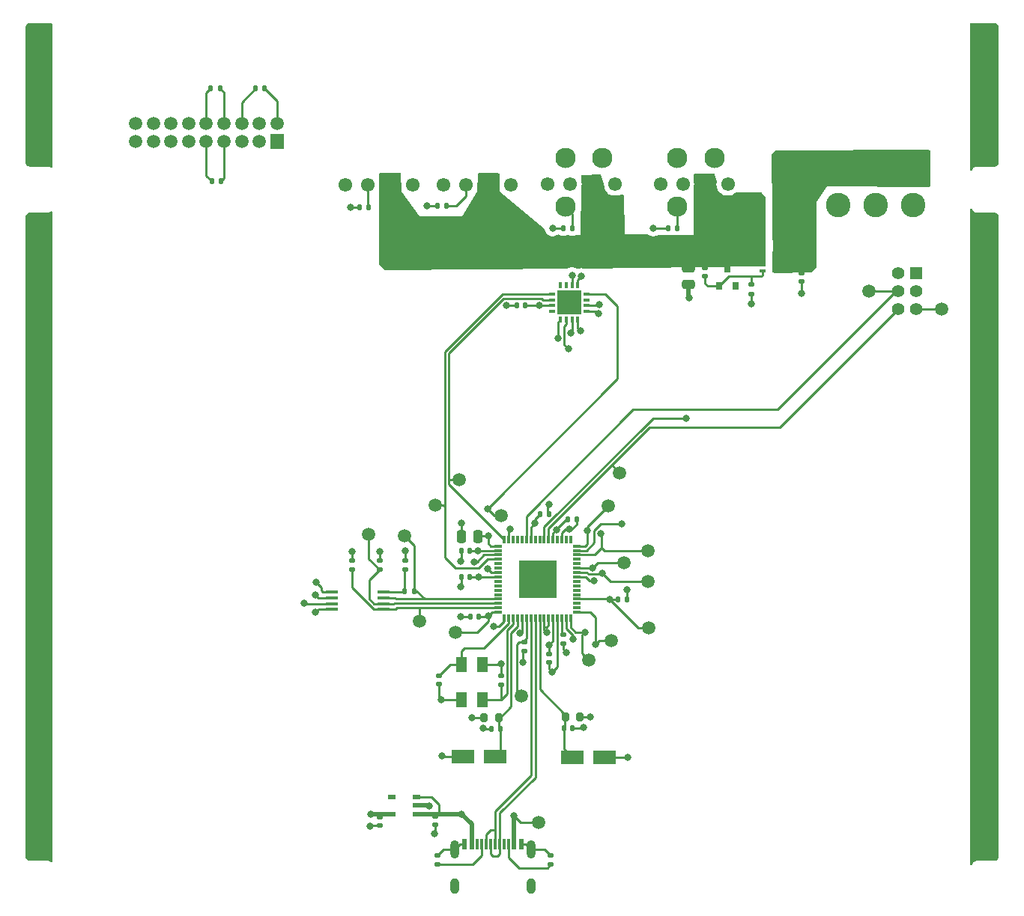
<source format=gbr>
%TF.GenerationSoftware,KiCad,Pcbnew,7.0.6-0*%
%TF.CreationDate,2023-11-06T17:07:03-05:00*%
%TF.ProjectId,bitcrane,62697463-7261-46e6-952e-6b696361645f,rev?*%
%TF.SameCoordinates,Original*%
%TF.FileFunction,Copper,L1,Top*%
%TF.FilePolarity,Positive*%
%FSLAX46Y46*%
G04 Gerber Fmt 4.6, Leading zero omitted, Abs format (unit mm)*
G04 Created by KiCad (PCBNEW 7.0.6-0) date 2023-11-06 17:07:03*
%MOMM*%
%LPD*%
G01*
G04 APERTURE LIST*
G04 Aperture macros list*
%AMRoundRect*
0 Rectangle with rounded corners*
0 $1 Rounding radius*
0 $2 $3 $4 $5 $6 $7 $8 $9 X,Y pos of 4 corners*
0 Add a 4 corners polygon primitive as box body*
4,1,4,$2,$3,$4,$5,$6,$7,$8,$9,$2,$3,0*
0 Add four circle primitives for the rounded corners*
1,1,$1+$1,$2,$3*
1,1,$1+$1,$4,$5*
1,1,$1+$1,$6,$7*
1,1,$1+$1,$8,$9*
0 Add four rect primitives between the rounded corners*
20,1,$1+$1,$2,$3,$4,$5,0*
20,1,$1+$1,$4,$5,$6,$7,0*
20,1,$1+$1,$6,$7,$8,$9,0*
20,1,$1+$1,$8,$9,$2,$3,0*%
%AMFreePoly0*
4,1,17,1.395000,0.765000,0.855000,0.765000,0.855000,0.535000,1.395000,0.535000,1.395000,0.115000,0.855000,0.115000,0.855000,-0.115000,1.395000,-0.115000,1.395000,-0.535000,0.855000,-0.535000,0.855000,-0.765000,1.395000,-0.765000,1.395000,-1.185000,-0.855000,-1.185000,-0.855000,1.185000,1.395000,1.185000,1.395000,0.765000,1.395000,0.765000,$1*%
G04 Aperture macros list end*
%TA.AperFunction,ComponentPad*%
%ADD10C,1.549400*%
%TD*%
%TA.AperFunction,ComponentPad*%
%ADD11C,2.300000*%
%TD*%
%TA.AperFunction,SMDPad,CuDef*%
%ADD12R,0.711200X0.304800*%
%TD*%
%TA.AperFunction,SMDPad,CuDef*%
%ADD13R,0.304800X0.711200*%
%TD*%
%TA.AperFunction,SMDPad,CuDef*%
%ADD14R,2.692400X2.692400*%
%TD*%
%TA.AperFunction,SMDPad,CuDef*%
%ADD15RoundRect,0.200000X-0.200000X-0.275000X0.200000X-0.275000X0.200000X0.275000X-0.200000X0.275000X0*%
%TD*%
%TA.AperFunction,SMDPad,CuDef*%
%ADD16RoundRect,0.200000X0.200000X0.275000X-0.200000X0.275000X-0.200000X-0.275000X0.200000X-0.275000X0*%
%TD*%
%TA.AperFunction,SMDPad,CuDef*%
%ADD17C,1.500000*%
%TD*%
%TA.AperFunction,SMDPad,CuDef*%
%ADD18RoundRect,0.250000X0.250000X0.475000X-0.250000X0.475000X-0.250000X-0.475000X0.250000X-0.475000X0*%
%TD*%
%TA.AperFunction,SMDPad,CuDef*%
%ADD19RoundRect,0.135000X-0.135000X-0.185000X0.135000X-0.185000X0.135000X0.185000X-0.135000X0.185000X0*%
%TD*%
%TA.AperFunction,SMDPad,CuDef*%
%ADD20RoundRect,0.140000X-0.170000X0.140000X-0.170000X-0.140000X0.170000X-0.140000X0.170000X0.140000X0*%
%TD*%
%TA.AperFunction,SMDPad,CuDef*%
%ADD21R,0.952500X0.558800*%
%TD*%
%TA.AperFunction,SMDPad,CuDef*%
%ADD22RoundRect,0.140000X-0.140000X-0.170000X0.140000X-0.170000X0.140000X0.170000X-0.140000X0.170000X0*%
%TD*%
%TA.AperFunction,ComponentPad*%
%ADD23R,1.500000X1.700000*%
%TD*%
%TA.AperFunction,ComponentPad*%
%ADD24C,1.500000*%
%TD*%
%TA.AperFunction,ComponentPad*%
%ADD25C,2.775000*%
%TD*%
%TA.AperFunction,SMDPad,CuDef*%
%ADD26RoundRect,0.140000X0.140000X0.170000X-0.140000X0.170000X-0.140000X-0.170000X0.140000X-0.170000X0*%
%TD*%
%TA.AperFunction,SMDPad,CuDef*%
%ADD27RoundRect,0.135000X0.185000X-0.135000X0.185000X0.135000X-0.185000X0.135000X-0.185000X-0.135000X0*%
%TD*%
%TA.AperFunction,SMDPad,CuDef*%
%ADD28RoundRect,0.140000X0.170000X-0.140000X0.170000X0.140000X-0.170000X0.140000X-0.170000X-0.140000X0*%
%TD*%
%TA.AperFunction,SMDPad,CuDef*%
%ADD29R,0.700000X0.420000*%
%TD*%
%TA.AperFunction,SMDPad,CuDef*%
%ADD30FreePoly0,0.000000*%
%TD*%
%TA.AperFunction,SMDPad,CuDef*%
%ADD31R,0.800000X0.900000*%
%TD*%
%TA.AperFunction,SMDPad,CuDef*%
%ADD32R,0.600000X1.150000*%
%TD*%
%TA.AperFunction,SMDPad,CuDef*%
%ADD33R,0.300000X1.150000*%
%TD*%
%TA.AperFunction,ComponentPad*%
%ADD34O,1.000000X2.100000*%
%TD*%
%TA.AperFunction,ComponentPad*%
%ADD35O,1.000000X1.800000*%
%TD*%
%TA.AperFunction,SMDPad,CuDef*%
%ADD36RoundRect,0.250000X-1.050000X-0.550000X1.050000X-0.550000X1.050000X0.550000X-1.050000X0.550000X0*%
%TD*%
%TA.AperFunction,SMDPad,CuDef*%
%ADD37RoundRect,0.135000X0.135000X0.185000X-0.135000X0.185000X-0.135000X-0.185000X0.135000X-0.185000X0*%
%TD*%
%TA.AperFunction,SMDPad,CuDef*%
%ADD38RoundRect,0.250000X1.050000X0.550000X-1.050000X0.550000X-1.050000X-0.550000X1.050000X-0.550000X0*%
%TD*%
%TA.AperFunction,SMDPad,CuDef*%
%ADD39RoundRect,0.135000X-0.185000X0.135000X-0.185000X-0.135000X0.185000X-0.135000X0.185000X0.135000X0*%
%TD*%
%TA.AperFunction,SMDPad,CuDef*%
%ADD40R,1.200000X1.800000*%
%TD*%
%TA.AperFunction,SMDPad,CuDef*%
%ADD41R,1.473200X0.355600*%
%TD*%
%TA.AperFunction,ComponentPad*%
%ADD42R,1.400000X1.400000*%
%TD*%
%TA.AperFunction,ComponentPad*%
%ADD43C,1.400000*%
%TD*%
%TA.AperFunction,SMDPad,CuDef*%
%ADD44RoundRect,0.018900X0.116100X-0.391100X0.116100X0.391100X-0.116100X0.391100X-0.116100X-0.391100X0*%
%TD*%
%TA.AperFunction,SMDPad,CuDef*%
%ADD45RoundRect,0.018900X0.391100X0.116100X-0.391100X0.116100X-0.391100X-0.116100X0.391100X-0.116100X0*%
%TD*%
%TA.AperFunction,SMDPad,CuDef*%
%ADD46RoundRect,0.018900X-0.116100X0.391100X-0.116100X-0.391100X0.116100X-0.391100X0.116100X0.391100X0*%
%TD*%
%TA.AperFunction,SMDPad,CuDef*%
%ADD47RoundRect,0.018900X-0.391100X-0.116100X0.391100X-0.116100X0.391100X0.116100X-0.391100X0.116100X0*%
%TD*%
%TA.AperFunction,SMDPad,CuDef*%
%ADD48R,4.350000X4.350000*%
%TD*%
%TA.AperFunction,SMDPad,CuDef*%
%ADD49RoundRect,0.250000X-0.475000X0.250000X-0.475000X-0.250000X0.475000X-0.250000X0.475000X0.250000X0*%
%TD*%
%TA.AperFunction,ViaPad*%
%ADD50C,0.800000*%
%TD*%
%TA.AperFunction,Conductor*%
%ADD51C,0.250000*%
%TD*%
%TA.AperFunction,Conductor*%
%ADD52C,0.500000*%
%TD*%
G04 APERTURE END LIST*
D10*
%TO.P,J5,1,Pin_1*%
%TO.N,GND*%
X124930000Y-52510750D03*
%TO.P,J5,2,Pin_2*%
%TO.N,/12V*%
X122390000Y-52510750D03*
%TO.P,J5,3,Pin_3*%
%TO.N,Net-(J5-Pin_3)*%
X119850000Y-52510750D03*
%TO.P,J5,4,Pin_4*%
%TO.N,Net-(J5-Pin_4)*%
X117310000Y-52510750D03*
%TD*%
%TO.P,J4,1,Pin_1*%
%TO.N,GND*%
X137640000Y-52500750D03*
%TO.P,J4,2,Pin_2*%
%TO.N,/12V*%
X135100000Y-52500750D03*
%TO.P,J4,3,Pin_3*%
%TO.N,Net-(J4-Pin_3)*%
X132560000Y-52500750D03*
%TO.P,J4,4,Pin_4*%
%TO.N,Net-(J4-Pin_4)*%
X130020000Y-52500750D03*
%TD*%
D11*
%TO.P,J7,1,Pin_1*%
%TO.N,GND*%
X136140000Y-49550000D03*
%TO.P,J7,2,Pin_2*%
%TO.N,/12V*%
X136140000Y-55050000D03*
%TO.P,J7,3,Pin_3*%
%TO.N,Net-(J4-Pin_3)*%
X131940000Y-55050000D03*
%TO.P,J7,4,Pin_4*%
%TO.N,Net-(J4-Pin_4)*%
X131940000Y-49550000D03*
%TD*%
%TO.P,J8,1,Pin_1*%
%TO.N,GND*%
X123460000Y-49530000D03*
%TO.P,J8,2,Pin_2*%
%TO.N,/12V*%
X123460000Y-55030000D03*
%TO.P,J8,3,Pin_3*%
%TO.N,Net-(J5-Pin_3)*%
X119260000Y-55030000D03*
%TO.P,J8,4,Pin_4*%
%TO.N,Net-(J5-Pin_4)*%
X119260000Y-49530000D03*
%TD*%
D12*
%TO.P,U4,1,SMDATA*%
%TO.N,/FAN_SDA*%
X117760799Y-64915001D03*
%TO.P,U4,2,SMCLK*%
%TO.N,/FAN_SCL*%
X117760799Y-65564999D03*
%TO.P,U4,3,VDD*%
%TO.N,VCCIO*%
X117760799Y-66215001D03*
%TO.P,U4,4,ADDR_SEL*%
%TO.N,unconnected-(U4-ADDR_SEL-Pad4)*%
X117760799Y-66864999D03*
D13*
%TO.P,U4,5,PWM1*%
%TO.N,Net-(J4-Pin_4)*%
X118735001Y-67839201D03*
%TO.P,U4,6,TACH1*%
%TO.N,Net-(J4-Pin_3)*%
X119384999Y-67839201D03*
%TO.P,U4,7,PWM2*%
%TO.N,Net-(J5-Pin_4)*%
X120035001Y-67839201D03*
%TO.P,U4,8,TACH2*%
%TO.N,Net-(J5-Pin_3)*%
X120684999Y-67839201D03*
D12*
%TO.P,U4,9,PWM3*%
%TO.N,Net-(J9-Pin_4)*%
X121659201Y-66864999D03*
%TO.P,U4,10,TACH3*%
%TO.N,Net-(J9-Pin_3)*%
X121659201Y-66215001D03*
%TO.P,U4,11,CLK*%
%TO.N,unconnected-(U4-CLK-Pad11)*%
X121659201Y-65564999D03*
%TO.P,U4,12,~{ALERT}*%
%TO.N,/FAN_ALERT*%
X121659201Y-64915001D03*
D13*
%TO.P,U4,13,PWM4*%
%TO.N,Net-(J10-Pin_4)*%
X120684999Y-63940799D03*
%TO.P,U4,14,TACH4*%
%TO.N,Net-(J10-Pin_3)*%
X120035001Y-63940799D03*
%TO.P,U4,15,PWM5*%
%TO.N,unconnected-(U4-PWM5-Pad15)*%
X119384999Y-63940799D03*
%TO.P,U4,16,TACH5*%
%TO.N,unconnected-(U4-TACH5-Pad16)*%
X118735001Y-63940799D03*
D14*
%TO.P,U4,17,GND*%
%TO.N,GND*%
X119710000Y-65890000D03*
%TD*%
D15*
%TO.P,FB2,1*%
%TO.N,VCCIO*%
X110105000Y-112810000D03*
%TO.P,FB2,2*%
%TO.N,Net-(U1-VPHY)*%
X111755000Y-112810000D03*
%TD*%
D16*
%TO.P,FB1,1*%
%TO.N,VCCIO*%
X120945000Y-112730000D03*
%TO.P,FB1,2*%
%TO.N,Net-(U1-VPLL)*%
X119295000Y-112730000D03*
%TD*%
D17*
%TO.P,TP20,1,1*%
%TO.N,Net-(U1-EEDATA)*%
X101060000Y-92230000D03*
%TD*%
%TO.P,TP19,1,1*%
%TO.N,Net-(U1-EECLK)*%
X97060000Y-92110000D03*
%TD*%
%TO.P,TP18,1,1*%
%TO.N,Net-(U1-EECS)*%
X102780000Y-101890000D03*
%TD*%
%TO.P,TP17,1,1*%
%TO.N,Net-(U1-REF)*%
X114310000Y-110360000D03*
%TD*%
%TO.P,TP16,1,1*%
%TO.N,/5V*%
X116220000Y-124710000D03*
%TD*%
%TO.P,TP15,1,1*%
%TO.N,VCCIO*%
X128740000Y-102650000D03*
%TD*%
%TO.P,TP14,1,1*%
%TO.N,/FAN_ALERT*%
X112000000Y-89950000D03*
%TD*%
%TO.P,TP13,1,1*%
%TO.N,/FAN_SDA*%
X104560000Y-88820000D03*
%TD*%
%TO.P,TP12,1,1*%
%TO.N,/FAN_SCL*%
X107290000Y-85940000D03*
%TD*%
%TO.P,TP11,1,1*%
%TO.N,/PSU_EN*%
X153560000Y-64540000D03*
%TD*%
%TO.P,TP10,1,1*%
%TO.N,/PSU_SDA*%
X161770000Y-66620000D03*
%TD*%
%TO.P,TP9,1,1*%
%TO.N,/PSU_SCL*%
X125430000Y-85120000D03*
%TD*%
%TO.P,TP8,1,1*%
%TO.N,/RST*%
X124100000Y-88880000D03*
%TD*%
%TO.P,TP7,1,1*%
%TO.N,/PLUG*%
X128590000Y-93930000D03*
%TD*%
%TO.P,TP6,1,1*%
%TO.N,/SDA*%
X125920000Y-95320000D03*
%TD*%
%TO.P,TP5,1,1*%
%TO.N,/SCL*%
X128590000Y-97400000D03*
%TD*%
%TO.P,TP4,1,1*%
%TO.N,/RXD*%
X124490000Y-104080000D03*
%TD*%
%TO.P,TP3,1,1*%
%TO.N,/TXD*%
X121950000Y-106340000D03*
%TD*%
%TO.P,TP2,1,1*%
%TO.N,VCORE*%
X106840000Y-103220000D03*
%TD*%
D18*
%TO.P,C6,1*%
%TO.N,VCORE*%
X109430000Y-92390000D03*
%TO.P,C6,2*%
%TO.N,GND*%
X107530000Y-92390000D03*
%TD*%
D19*
%TO.P,R1,1*%
%TO.N,GND*%
X79330000Y-52160000D03*
%TO.P,R1,2*%
%TO.N,/A1*%
X80350000Y-52160000D03*
%TD*%
%TO.P,R16,1*%
%TO.N,VCCIO*%
X104820000Y-54970000D03*
%TO.P,R16,2*%
%TO.N,Net-(J10-Pin_3)*%
X105840000Y-54970000D03*
%TD*%
D20*
%TO.P,C10,1*%
%TO.N,VCORE*%
X117470000Y-105620000D03*
%TO.P,C10,2*%
%TO.N,GND*%
X117470000Y-106580000D03*
%TD*%
D21*
%TO.P,U2,1,VIN*%
%TO.N,/5V*%
X102418950Y-123724800D03*
%TO.P,U2,2,GND*%
%TO.N,GND*%
X102418950Y-122785000D03*
%TO.P,U2,3,EN*%
%TO.N,/5V*%
X102418950Y-121845200D03*
%TO.P,U2,4,NC*%
%TO.N,unconnected-(U2-NC-Pad4)*%
X99663050Y-121845200D03*
%TO.P,U2,5,VOUT*%
%TO.N,VCCIO*%
X99663050Y-123724800D03*
%TD*%
D22*
%TO.P,C11,1*%
%TO.N,VCORE*%
X119593000Y-90397000D03*
%TO.P,C11,2*%
%TO.N,GND*%
X120553000Y-90397000D03*
%TD*%
D23*
%TO.P,J2,1,Pin_1*%
%TO.N,GND*%
X86700000Y-47630000D03*
D24*
%TO.P,J2,2,Pin_2*%
X86700000Y-45630000D03*
%TO.P,J2,3,Pin_3*%
%TO.N,/SDA*%
X84700000Y-47630000D03*
%TO.P,J2,4,Pin_4*%
%TO.N,/SCL*%
X84700000Y-45630000D03*
%TO.P,J2,5,Pin_5*%
%TO.N,/PLUG*%
X82700000Y-47630000D03*
%TO.P,J2,6,Pin_6*%
%TO.N,/A2*%
X82700000Y-45630000D03*
%TO.P,J2,7,Pin_7*%
%TO.N,/A1*%
X80700000Y-47630000D03*
%TO.P,J2,8,Pin_8*%
%TO.N,/A0*%
X80700000Y-45630000D03*
%TO.P,J2,9,Pin_9*%
%TO.N,GND*%
X78700000Y-47630000D03*
%TO.P,J2,10,Pin_10*%
X78700000Y-45630000D03*
%TO.P,J2,11,Pin_11*%
%TO.N,/TXD*%
X76700000Y-47630000D03*
%TO.P,J2,12,Pin_12*%
%TO.N,/RXD*%
X76700000Y-45630000D03*
%TO.P,J2,13,Pin_13*%
%TO.N,GND*%
X74700000Y-47630000D03*
%TO.P,J2,14,Pin_14*%
X74700000Y-45630000D03*
%TO.P,J2,15,Pin_15*%
%TO.N,/RST*%
X72700000Y-47630000D03*
%TO.P,J2,16,Pin_16*%
%TO.N,VCCIO*%
X72700000Y-45630000D03*
%TO.P,J2,17,Pin_17*%
%TO.N,unconnected-(J2-Pin_17-Pad17)*%
X70700000Y-47630000D03*
%TO.P,J2,18,Pin_18*%
%TO.N,unconnected-(J2-Pin_18-Pad18)*%
X70700000Y-45630000D03*
%TD*%
D25*
%TO.P,J3,1,1*%
%TO.N,Net-(Q1-D)*%
X150150000Y-50620000D03*
%TO.P,J3,2,2*%
X154350000Y-50620000D03*
%TO.P,J3,3,3*%
X158550000Y-50620000D03*
%TO.P,J3,4,4*%
%TO.N,GND*%
X150150000Y-54820000D03*
%TO.P,J3,5,5*%
X154350000Y-54820000D03*
%TO.P,J3,6,6*%
X158550000Y-54820000D03*
%TD*%
D26*
%TO.P,C13,1*%
%TO.N,VCCIO*%
X108452000Y-96946000D03*
%TO.P,C13,2*%
%TO.N,GND*%
X107492000Y-96946000D03*
%TD*%
D27*
%TO.P,R11,1*%
%TO.N,VCCIO*%
X119074000Y-104440000D03*
%TO.P,R11,2*%
%TO.N,Net-(U1-RESET#)*%
X119074000Y-103420000D03*
%TD*%
D28*
%TO.P,C2,1*%
%TO.N,Net-(U1-OSCO)*%
X112040000Y-109080000D03*
%TO.P,C2,2*%
%TO.N,GND*%
X112040000Y-108120000D03*
%TD*%
D27*
%TO.P,R8,1*%
%TO.N,Net-(U1-EECLK)*%
X98276000Y-96106000D03*
%TO.P,R8,2*%
%TO.N,VCCIO*%
X98276000Y-95086000D03*
%TD*%
D17*
%TO.P,TP1,1,1*%
%TO.N,/12V*%
X139190000Y-59450000D03*
%TD*%
D29*
%TO.P,Q1,1,S*%
%TO.N,/12V*%
X141600000Y-60310000D03*
%TO.P,Q1,2,S*%
X141600000Y-60960000D03*
%TO.P,Q1,3,S*%
X141600000Y-61610000D03*
%TO.P,Q1,4,G*%
%TO.N,Net-(D1-A)*%
X141600000Y-62260000D03*
D30*
%TO.P,Q1,5,D*%
%TO.N,Net-(Q1-D)*%
X143555000Y-61285000D03*
%TD*%
D26*
%TO.P,C9,1*%
%TO.N,VCORE*%
X109521000Y-101417000D03*
%TO.P,C9,2*%
%TO.N,GND*%
X108561000Y-101417000D03*
%TD*%
D31*
%TO.P,D1,1,A*%
%TO.N,Net-(D1-A)*%
X136640000Y-64030000D03*
%TO.P,D1,2,NC*%
%TO.N,unconnected-(D1-NC-Pad2)*%
X138540000Y-64030000D03*
%TO.P,D1,3,K*%
%TO.N,/12V*%
X137590000Y-62030000D03*
%TD*%
D20*
%TO.P,C8,1*%
%TO.N,VCCIO*%
X98328000Y-124085000D03*
%TO.P,C8,2*%
%TO.N,GND*%
X98328000Y-125045000D03*
%TD*%
D32*
%TO.P,J6,A1,GND*%
%TO.N,GND*%
X107900000Y-127155000D03*
%TO.P,J6,A4,VBUS*%
%TO.N,/5V*%
X108700000Y-127155000D03*
D33*
%TO.P,J6,A5,CC1*%
%TO.N,Net-(J6-CC1)*%
X109850000Y-127155000D03*
%TO.P,J6,A6,D+*%
%TO.N,Net-(U1-DP)*%
X110850000Y-127155000D03*
%TO.P,J6,A7,D-*%
%TO.N,Net-(U1-DM)*%
X111350000Y-127155000D03*
%TO.P,J6,A8,SBU1*%
%TO.N,unconnected-(J6-SBU1-PadA8)*%
X112350000Y-127155000D03*
D32*
%TO.P,J6,A9,VBUS*%
%TO.N,/5V*%
X113500000Y-127155000D03*
%TO.P,J6,A12,GND*%
%TO.N,GND*%
X114300000Y-127155000D03*
%TO.P,J6,B1,GND*%
X114300000Y-127155000D03*
%TO.P,J6,B4,VBUS*%
%TO.N,/5V*%
X113500000Y-127155000D03*
D33*
%TO.P,J6,B5,CC2*%
%TO.N,Net-(J6-CC2)*%
X112850000Y-127155000D03*
%TO.P,J6,B6,D+*%
%TO.N,Net-(U1-DP)*%
X111850000Y-127155000D03*
%TO.P,J6,B7,D-*%
%TO.N,Net-(U1-DM)*%
X110350000Y-127155000D03*
%TO.P,J6,B8,SBU2*%
%TO.N,unconnected-(J6-SBU2-PadB8)*%
X109350000Y-127155000D03*
D32*
%TO.P,J6,B9,VBUS*%
%TO.N,/5V*%
X108700000Y-127155000D03*
%TO.P,J6,B12,GND*%
%TO.N,GND*%
X107900000Y-127155000D03*
D34*
%TO.P,J6,S1,SHIELD*%
X106780000Y-127730000D03*
D35*
X106780000Y-131910000D03*
D34*
X115420000Y-127730000D03*
D35*
X115420000Y-131910000D03*
%TD*%
D36*
%TO.P,C19,1*%
%TO.N,Net-(U1-VPLL)*%
X120070000Y-117360000D03*
%TO.P,C19,2*%
%TO.N,GND*%
X123670000Y-117360000D03*
%TD*%
D37*
%TO.P,R2,1*%
%TO.N,/A0*%
X80230000Y-41660000D03*
%TO.P,R2,2*%
%TO.N,GND*%
X79210000Y-41660000D03*
%TD*%
D10*
%TO.P,J9,1,Pin_1*%
%TO.N,GND*%
X102040000Y-52540750D03*
%TO.P,J9,2,Pin_2*%
%TO.N,/12V*%
X99500000Y-52540750D03*
%TO.P,J9,3,Pin_3*%
%TO.N,Net-(J9-Pin_3)*%
X96960000Y-52540750D03*
%TO.P,J9,4,Pin_4*%
%TO.N,Net-(J9-Pin_4)*%
X94420000Y-52540750D03*
%TD*%
D38*
%TO.P,C18,1*%
%TO.N,Net-(U1-VPHY)*%
X111328000Y-117254000D03*
%TO.P,C18,2*%
%TO.N,GND*%
X107728000Y-117254000D03*
%TD*%
D10*
%TO.P,J10,1,Pin_1*%
%TO.N,GND*%
X113150000Y-52540750D03*
%TO.P,J10,2,Pin_2*%
%TO.N,/12V*%
X110610000Y-52540750D03*
%TO.P,J10,3,Pin_3*%
%TO.N,Net-(J10-Pin_3)*%
X108070000Y-52540750D03*
%TO.P,J10,4,Pin_4*%
%TO.N,Net-(J10-Pin_4)*%
X105530000Y-52540750D03*
%TD*%
D27*
%TO.P,R12,1*%
%TO.N,GND*%
X114628000Y-105286000D03*
%TO.P,R12,2*%
%TO.N,Net-(U1-REF)*%
X114628000Y-104266000D03*
%TD*%
D22*
%TO.P,C17,1*%
%TO.N,Net-(U1-VPLL)*%
X119110000Y-114060000D03*
%TO.P,C17,2*%
%TO.N,GND*%
X120070000Y-114060000D03*
%TD*%
D39*
%TO.P,R10,1*%
%TO.N,Net-(D1-A)*%
X140300000Y-63860000D03*
%TO.P,R10,2*%
%TO.N,GND*%
X140300000Y-64880000D03*
%TD*%
D26*
%TO.P,C16,1*%
%TO.N,Net-(U1-VPHY)*%
X111906000Y-114078000D03*
%TO.P,C16,2*%
%TO.N,GND*%
X110946000Y-114078000D03*
%TD*%
D22*
%TO.P,C14,1*%
%TO.N,VCCIO*%
X116440000Y-89792000D03*
%TO.P,C14,2*%
%TO.N,GND*%
X117400000Y-89792000D03*
%TD*%
D19*
%TO.P,R15,1*%
%TO.N,VCCIO*%
X96040000Y-55070000D03*
%TO.P,R15,2*%
%TO.N,Net-(J9-Pin_3)*%
X97060000Y-55070000D03*
%TD*%
D20*
%TO.P,C7,1*%
%TO.N,/5V*%
X104531000Y-123992000D03*
%TO.P,C7,2*%
%TO.N,GND*%
X104531000Y-124952000D03*
%TD*%
D40*
%TO.P,Y1,1*%
%TO.N,Net-(U1-OSCI)*%
X107520000Y-106800000D03*
%TO.P,Y1,2,GND*%
%TO.N,GND*%
X107520000Y-110800000D03*
%TO.P,Y1,3*%
%TO.N,Net-(U1-OSCO)*%
X109920000Y-110800000D03*
%TO.P,Y1,4,GND__1*%
%TO.N,GND*%
X109920000Y-106800000D03*
%TD*%
D20*
%TO.P,C1,1*%
%TO.N,Net-(U1-OSCI)*%
X104970000Y-108070000D03*
%TO.P,C1,2*%
%TO.N,GND*%
X104970000Y-109030000D03*
%TD*%
D39*
%TO.P,R5,1*%
%TO.N,GND*%
X117634000Y-128431000D03*
%TO.P,R5,2*%
%TO.N,Net-(J6-CC2)*%
X117634000Y-129451000D03*
%TD*%
D41*
%TO.P,U3,1,CS*%
%TO.N,Net-(U1-EECS)*%
X98740000Y-100580000D03*
%TO.P,U3,2,CLK*%
%TO.N,Net-(U1-EECLK)*%
X98740000Y-99930002D03*
%TO.P,U3,3,D*%
%TO.N,Net-(U1-EEDATA)*%
X98740000Y-99280000D03*
%TO.P,U3,4,Q*%
%TO.N,Net-(U3-Q)*%
X98740000Y-98630002D03*
%TO.P,U3,5,VSS*%
%TO.N,GND*%
X92847200Y-98630002D03*
%TO.P,U3,6,ORG*%
%TO.N,VCCIO*%
X92847200Y-99280000D03*
%TO.P,U3,7,DU*%
%TO.N,GND*%
X92847200Y-99930002D03*
%TO.P,U3,8,VCC*%
%TO.N,VCCIO*%
X92847200Y-100580000D03*
%TD*%
D27*
%TO.P,R9,1*%
%TO.N,Net-(U3-Q)*%
X101219000Y-96089000D03*
%TO.P,R9,2*%
%TO.N,VCCIO*%
X101219000Y-95069000D03*
%TD*%
D37*
%TO.P,R6,1*%
%TO.N,Net-(U1-EEDATA)*%
X102160000Y-98510000D03*
%TO.P,R6,2*%
%TO.N,Net-(U3-Q)*%
X101140000Y-98510000D03*
%TD*%
D19*
%TO.P,R14,1*%
%TO.N,VCCIO*%
X119030000Y-57490000D03*
%TO.P,R14,2*%
%TO.N,Net-(J5-Pin_3)*%
X120050000Y-57490000D03*
%TD*%
D20*
%TO.P,C3,1*%
%TO.N,Net-(Q1-D)*%
X145930000Y-62540000D03*
%TO.P,C3,2*%
%TO.N,GND*%
X145930000Y-63500000D03*
%TD*%
D42*
%TO.P,J1,1,Pin_1*%
%TO.N,unconnected-(J1-Pin_1-Pad1)*%
X158930000Y-62590000D03*
D43*
%TO.P,J1,2,Pin_2*%
%TO.N,GND*%
X158930000Y-64590000D03*
%TO.P,J1,3,Pin_3*%
%TO.N,/PSU_SDA*%
X158930000Y-66590000D03*
%TO.P,J1,4,Pin_4*%
%TO.N,unconnected-(J1-Pin_4-Pad4)*%
X156930000Y-62590000D03*
%TO.P,J1,5,Pin_5*%
%TO.N,/PSU_EN*%
X156930000Y-64590000D03*
%TO.P,J1,6,Pin_6*%
%TO.N,/PSU_SCL*%
X156930000Y-66590000D03*
%TD*%
D44*
%TO.P,U1,1,GND*%
%TO.N,GND*%
X112385000Y-101615000D03*
%TO.P,U1,2,OSCI*%
%TO.N,Net-(U1-OSCI)*%
X112885000Y-101615000D03*
%TO.P,U1,3,OSCO*%
%TO.N,Net-(U1-OSCO)*%
X113385000Y-101615000D03*
%TO.P,U1,4,VPHY*%
%TO.N,Net-(U1-VPHY)*%
X113885000Y-101615000D03*
%TO.P,U1,5,GND*%
%TO.N,GND*%
X114385000Y-101615000D03*
%TO.P,U1,6,REF*%
%TO.N,Net-(U1-REF)*%
X114885000Y-101615000D03*
%TO.P,U1,7,DM*%
%TO.N,Net-(U1-DM)*%
X115385000Y-101615000D03*
%TO.P,U1,8,DP*%
%TO.N,Net-(U1-DP)*%
X115885000Y-101615000D03*
%TO.P,U1,9,VPLL*%
%TO.N,Net-(U1-VPLL)*%
X116385000Y-101615000D03*
%TO.P,U1,10,AGND*%
%TO.N,GND*%
X116885000Y-101615000D03*
%TO.P,U1,11,GND*%
X117385000Y-101615000D03*
%TO.P,U1,12,VCORE*%
%TO.N,VCORE*%
X117885000Y-101615000D03*
%TO.P,U1,13,TEST*%
%TO.N,GND*%
X118385000Y-101615000D03*
%TO.P,U1,14,RESET#*%
%TO.N,Net-(U1-RESET#)*%
X118885000Y-101615000D03*
%TO.P,U1,15,GND*%
%TO.N,GND*%
X119385000Y-101615000D03*
%TO.P,U1,16,ADBUS0*%
%TO.N,/TXD*%
X119885000Y-101615000D03*
D45*
%TO.P,U1,17,ADBUS1*%
%TO.N,/RXD*%
X120580000Y-100920000D03*
%TO.P,U1,18,ADBUS2*%
%TO.N,unconnected-(U1-ADBUS2-Pad18)*%
X120580000Y-100420000D03*
%TO.P,U1,19,ADBUS3*%
%TO.N,unconnected-(U1-ADBUS3-Pad19)*%
X120580000Y-99920000D03*
%TO.P,U1,20,VCCIO*%
%TO.N,VCCIO*%
X120580000Y-99420000D03*
%TO.P,U1,21,ADBUS4*%
%TO.N,unconnected-(U1-ADBUS4-Pad21)*%
X120580000Y-98920000D03*
%TO.P,U1,22,ADBUS5*%
%TO.N,unconnected-(U1-ADBUS5-Pad22)*%
X120580000Y-98420000D03*
%TO.P,U1,23,ADBUS6*%
%TO.N,unconnected-(U1-ADBUS6-Pad23)*%
X120580000Y-97920000D03*
%TO.P,U1,24,ADBUS7*%
%TO.N,unconnected-(U1-ADBUS7-Pad24)*%
X120580000Y-97420000D03*
%TO.P,U1,25,GND*%
%TO.N,GND*%
X120580000Y-96920000D03*
%TO.P,U1,26,BDBUS0*%
%TO.N,/SCL*%
X120580000Y-96420000D03*
%TO.P,U1,27,BDBUS1*%
%TO.N,/SDA*%
X120580000Y-95920000D03*
%TO.P,U1,28,BDBUS2*%
%TO.N,unconnected-(U1-BDBUS2-Pad28)*%
X120580000Y-95420000D03*
%TO.P,U1,29,BDBUS3*%
%TO.N,unconnected-(U1-BDBUS3-Pad29)*%
X120580000Y-94920000D03*
%TO.P,U1,30,BDBUS4*%
%TO.N,/PLUG*%
X120580000Y-94420000D03*
%TO.P,U1,31,VCCIO*%
%TO.N,VCCIO*%
X120580000Y-93920000D03*
%TO.P,U1,32,BDBUS5*%
%TO.N,/RST*%
X120580000Y-93420000D03*
D46*
%TO.P,U1,33,BDBUS6*%
%TO.N,unconnected-(U1-BDBUS6-Pad33)*%
X119885000Y-92725000D03*
%TO.P,U1,34,BDBUS7*%
%TO.N,unconnected-(U1-BDBUS7-Pad34)*%
X119385000Y-92725000D03*
%TO.P,U1,35,GND*%
%TO.N,GND*%
X118885000Y-92725000D03*
%TO.P,U1,36,SUSPEND_#*%
%TO.N,unconnected-(U1-SUSPEND_#-Pad36)*%
X118385000Y-92725000D03*
%TO.P,U1,37,VCORE*%
%TO.N,VCORE*%
X117885000Y-92725000D03*
%TO.P,U1,38,CDBUS0*%
%TO.N,/PSU_SCL*%
X117385000Y-92725000D03*
%TO.P,U1,39,CDBUS1*%
%TO.N,/PSU_SDA*%
X116885000Y-92725000D03*
%TO.P,U1,40,CDBUS2*%
%TO.N,unconnected-(U1-CDBUS2-Pad40)*%
X116385000Y-92725000D03*
%TO.P,U1,41,CDBUS3*%
%TO.N,unconnected-(U1-CDBUS3-Pad41)*%
X115885000Y-92725000D03*
%TO.P,U1,42,VCCIO*%
%TO.N,VCCIO*%
X115385000Y-92725000D03*
%TO.P,U1,43,CDBUS4*%
%TO.N,/PSU_EN*%
X114885000Y-92725000D03*
%TO.P,U1,44,CDBUS5*%
%TO.N,unconnected-(U1-CDBUS5-Pad44)*%
X114385000Y-92725000D03*
%TO.P,U1,45,CDBUS6*%
%TO.N,unconnected-(U1-CDBUS6-Pad45)*%
X113885000Y-92725000D03*
%TO.P,U1,46,CDBUS7*%
%TO.N,unconnected-(U1-CDBUS7-Pad46)*%
X113385000Y-92725000D03*
%TO.P,U1,47,GND*%
%TO.N,GND*%
X112885000Y-92725000D03*
%TO.P,U1,48,DDBUS0*%
%TO.N,/FAN_SCL*%
X112385000Y-92725000D03*
D47*
%TO.P,U1,49,VREGOUT*%
%TO.N,VCORE*%
X111690000Y-93420000D03*
%TO.P,U1,50,VREGIN*%
%TO.N,VCCIO*%
X111690000Y-93920000D03*
%TO.P,U1,51,GND*%
%TO.N,GND*%
X111690000Y-94420000D03*
%TO.P,U1,52,DDBUS1*%
%TO.N,/FAN_SDA*%
X111690000Y-94920000D03*
%TO.P,U1,53,DDBUS2*%
%TO.N,unconnected-(U1-DDBUS2-Pad53)*%
X111690000Y-95420000D03*
%TO.P,U1,54,DDBUS3*%
%TO.N,unconnected-(U1-DDBUS3-Pad54)*%
X111690000Y-95920000D03*
%TO.P,U1,55,DDBUS4*%
%TO.N,/FAN_ALERT*%
X111690000Y-96420000D03*
%TO.P,U1,56,VCCIO*%
%TO.N,VCCIO*%
X111690000Y-96920000D03*
%TO.P,U1,57,DDBUS5*%
%TO.N,unconnected-(U1-DDBUS5-Pad57)*%
X111690000Y-97420000D03*
%TO.P,U1,58,DDBUS6*%
%TO.N,unconnected-(U1-DDBUS6-Pad58)*%
X111690000Y-97920000D03*
%TO.P,U1,59,DDBUS7*%
%TO.N,unconnected-(U1-DDBUS7-Pad59)*%
X111690000Y-98420000D03*
%TO.P,U1,60,PWREN#*%
%TO.N,unconnected-(U1-PWREN#-Pad60)*%
X111690000Y-98920000D03*
%TO.P,U1,61,EEDATA*%
%TO.N,Net-(U1-EEDATA)*%
X111690000Y-99420000D03*
%TO.P,U1,62,EECLK*%
%TO.N,Net-(U1-EECLK)*%
X111690000Y-99920000D03*
%TO.P,U1,63,EECS*%
%TO.N,Net-(U1-EECS)*%
X111690000Y-100420000D03*
%TO.P,U1,64,VCORE*%
%TO.N,VCORE*%
X111690000Y-100920000D03*
D48*
%TO.P,U1,65,EPAD*%
%TO.N,GND*%
X116135000Y-97170000D03*
%TD*%
D20*
%TO.P,C4,1*%
%TO.N,/12V*%
X135080000Y-61970000D03*
%TO.P,C4,2*%
%TO.N,Net-(D1-A)*%
X135080000Y-62930000D03*
%TD*%
D27*
%TO.P,R7,1*%
%TO.N,Net-(U1-EECS)*%
X95180000Y-96106000D03*
%TO.P,R7,2*%
%TO.N,VCCIO*%
X95180000Y-95086000D03*
%TD*%
D26*
%TO.P,C20,1*%
%TO.N,VCCIO*%
X114760000Y-66210000D03*
%TO.P,C20,2*%
%TO.N,GND*%
X113800000Y-66210000D03*
%TD*%
D39*
%TO.P,R4,1*%
%TO.N,GND*%
X104849000Y-128442000D03*
%TO.P,R4,2*%
%TO.N,Net-(J6-CC1)*%
X104849000Y-129462000D03*
%TD*%
D19*
%TO.P,R3,1*%
%TO.N,/A2*%
X84250000Y-41660000D03*
%TO.P,R3,2*%
%TO.N,GND*%
X85270000Y-41660000D03*
%TD*%
%TO.P,R13,1*%
%TO.N,VCCIO*%
X130890000Y-57450000D03*
%TO.P,R13,2*%
%TO.N,Net-(J4-Pin_3)*%
X131910000Y-57450000D03*
%TD*%
D49*
%TO.P,C5,1*%
%TO.N,/12V*%
X133210000Y-61930000D03*
%TO.P,C5,2*%
%TO.N,GND*%
X133210000Y-63830000D03*
%TD*%
D26*
%TO.P,C12,1*%
%TO.N,VCCIO*%
X108451000Y-93946000D03*
%TO.P,C12,2*%
%TO.N,GND*%
X107491000Y-93946000D03*
%TD*%
D22*
%TO.P,C15,1*%
%TO.N,VCCIO*%
X125256000Y-99424000D03*
%TO.P,C15,2*%
%TO.N,GND*%
X126216000Y-99424000D03*
%TD*%
D50*
%TO.N,GND*%
X107520000Y-90790000D03*
%TO.N,/5V*%
X113454000Y-123936000D03*
X107543800Y-123724800D03*
%TO.N,VCORE*%
X117440000Y-104600000D03*
X110566000Y-101346000D03*
X110547000Y-92259000D03*
X118264799Y-91560799D03*
%TO.N,VCCIO*%
X109388000Y-93934000D03*
X108750000Y-112800000D03*
X91007000Y-98936000D03*
X124283000Y-99453000D03*
X98299000Y-94013000D03*
X95138000Y-94047000D03*
X125613000Y-90946000D03*
X103610000Y-54930000D03*
X119390000Y-105480000D03*
X101208000Y-94002000D03*
X94980000Y-55080000D03*
X116380000Y-66230000D03*
X117840000Y-57460000D03*
X91064000Y-100921000D03*
X122090000Y-112720000D03*
X109456000Y-96925000D03*
X97299000Y-123741000D03*
X129220000Y-57490000D03*
X115854000Y-90836000D03*
%TO.N,GND*%
X117820000Y-107650000D03*
X59820000Y-82940904D03*
X166670000Y-101257274D03*
X59820000Y-122543623D03*
X166670000Y-104303637D03*
X122497000Y-97361000D03*
X59820000Y-67709089D03*
X97215000Y-125145000D03*
X166670000Y-82979096D03*
X59710000Y-48120000D03*
X117420000Y-98410000D03*
X59820000Y-119497260D03*
X59820000Y-116450897D03*
X105350000Y-117180000D03*
X166670000Y-76886370D03*
X166670000Y-98210911D03*
X166670000Y-67747281D03*
X107490000Y-95148000D03*
X117430000Y-95900000D03*
X111987000Y-106740000D03*
X59820000Y-58570000D03*
X107460000Y-101417000D03*
X119120000Y-65260000D03*
X166770000Y-42860000D03*
X166670000Y-116489089D03*
X59820000Y-73801815D03*
X59820000Y-110358171D03*
X166670000Y-58608192D03*
X166670000Y-86025459D03*
X104500000Y-125990000D03*
X166670000Y-79932733D03*
X133240000Y-65360000D03*
X89750000Y-99920000D03*
X117415000Y-88719000D03*
X126320000Y-117340000D03*
X117160500Y-103190000D03*
X121310000Y-113980000D03*
X91125000Y-97515000D03*
X59820000Y-76848178D03*
X166670000Y-122581815D03*
X59820000Y-113404534D03*
X166670000Y-113442726D03*
X59820000Y-85987267D03*
X105218000Y-110803000D03*
X166670000Y-107350000D03*
X112632797Y-66229500D03*
X59710000Y-39015000D03*
X119700000Y-91536000D03*
X59820000Y-125590000D03*
X166670000Y-70793644D03*
X59820000Y-98172719D03*
X126225000Y-98375000D03*
X114160500Y-103302000D03*
X108980000Y-95215500D03*
X114505000Y-106593000D03*
X59820000Y-79894541D03*
X120178000Y-103983000D03*
X166670000Y-125628192D03*
X166770000Y-39825000D03*
X59820000Y-101219082D03*
X59820000Y-64662726D03*
X59820000Y-104265445D03*
X114820000Y-95860000D03*
X166670000Y-110396363D03*
X59710000Y-42050000D03*
X109970000Y-114030000D03*
X166770000Y-36790000D03*
X111210000Y-102483000D03*
X145970000Y-64830000D03*
X166770000Y-45895000D03*
X166670000Y-95164548D03*
X59820000Y-89033630D03*
X116135000Y-97170000D03*
X59820000Y-107311808D03*
X166670000Y-64700918D03*
X140340000Y-66040000D03*
X114740000Y-98510000D03*
X113040000Y-91493000D03*
X166770000Y-48930000D03*
X59820000Y-61616363D03*
X120280000Y-66390000D03*
X59820000Y-95126356D03*
X59710000Y-35980000D03*
X166670000Y-61654555D03*
X166670000Y-73840007D03*
X103872000Y-122806000D03*
X59820000Y-92079993D03*
X59710000Y-45085000D03*
X166670000Y-119535452D03*
X166670000Y-92118185D03*
X166670000Y-89071822D03*
X59820000Y-70755452D03*
X107460000Y-98055000D03*
%TO.N,/SDA*%
X122336000Y-95896000D03*
%TO.N,/SCL*%
X123450000Y-96462000D03*
%TO.N,/PLUG*%
X123256500Y-91992997D03*
%TO.N,/TXD*%
X121494000Y-103165000D03*
%TO.N,/RXD*%
X122670000Y-104540000D03*
%TO.N,/RST*%
X121719500Y-91647497D03*
%TO.N,/PSU_SDA*%
X132972000Y-78970000D03*
%TO.N,Net-(J4-Pin_3)*%
X119600000Y-71140000D03*
%TO.N,Net-(J4-Pin_4)*%
X118440500Y-69920000D03*
%TO.N,Net-(J5-Pin_3)*%
X120980000Y-69070000D03*
%TO.N,Net-(J5-Pin_4)*%
X119890000Y-69290000D03*
%TO.N,Net-(J9-Pin_3)*%
X123090000Y-66110000D03*
%TO.N,Net-(J9-Pin_4)*%
X123014981Y-67106683D03*
%TO.N,Net-(J10-Pin_3)*%
X120040000Y-62780000D03*
%TO.N,Net-(J10-Pin_4)*%
X121100000Y-62880000D03*
%TO.N,/FAN_ALERT*%
X110480000Y-89190000D03*
X110460000Y-96000000D03*
%TD*%
D51*
%TO.N,GND*%
X119700000Y-91536000D02*
X119304000Y-91536000D01*
X119304000Y-91536000D02*
X118885000Y-91955000D01*
X118885000Y-91955000D02*
X118885000Y-92725000D01*
X119700000Y-91536000D02*
X119983000Y-91536000D01*
X119983000Y-91536000D02*
X120553000Y-90966000D01*
X120553000Y-90966000D02*
X120553000Y-90397000D01*
X91680000Y-98430000D02*
X91880002Y-98630002D01*
X91125000Y-97515000D02*
X91680000Y-98070000D01*
X91680000Y-98070000D02*
X91680000Y-98430000D01*
X91880002Y-98630002D02*
X92847200Y-98630002D01*
X89760002Y-99930002D02*
X92847200Y-99930002D01*
X89750000Y-99920000D02*
X89760002Y-99930002D01*
%TO.N,/RXD*%
X122670000Y-104540000D02*
X123130000Y-104080000D01*
X122677000Y-104533000D02*
X122677000Y-101522000D01*
X122677000Y-101522000D02*
X122075000Y-100920000D01*
X123130000Y-104080000D02*
X124490000Y-104080000D01*
X122670000Y-104540000D02*
X122677000Y-104533000D01*
X122075000Y-100920000D02*
X120580000Y-100920000D01*
%TO.N,GND*%
X117385000Y-101615000D02*
X117385000Y-102365000D01*
X117385000Y-102365000D02*
X117176000Y-102574000D01*
X117176000Y-102574000D02*
X116885000Y-102574000D01*
X117160500Y-103190000D02*
X116885000Y-102914500D01*
X116885000Y-102914500D02*
X116885000Y-102574000D01*
%TO.N,VCORE*%
X117470000Y-105620000D02*
X117470000Y-104630000D01*
X117470000Y-104630000D02*
X117440000Y-104600000D01*
X117440000Y-104600000D02*
X117885000Y-104155000D01*
X117885000Y-104155000D02*
X117885000Y-101615000D01*
%TO.N,GND*%
X117480000Y-107310000D02*
X117480000Y-106590000D01*
X117480000Y-106590000D02*
X117470000Y-106580000D01*
X117820000Y-107650000D02*
X117480000Y-107310000D01*
X117820000Y-107650000D02*
X118390000Y-107080000D01*
X118390000Y-107080000D02*
X118390000Y-101620000D01*
X118390000Y-101620000D02*
X118385000Y-101615000D01*
X108980000Y-95215500D02*
X109284500Y-95215500D01*
X109284500Y-95215500D02*
X110080000Y-94420000D01*
X110080000Y-94420000D02*
X111690000Y-94420000D01*
%TO.N,Net-(J5-Pin_3)*%
X120050000Y-57490000D02*
X120050000Y-55820000D01*
X120050000Y-55820000D02*
X119260000Y-55030000D01*
%TO.N,Net-(J10-Pin_3)*%
X106940000Y-54970000D02*
X108070000Y-53840000D01*
X105840000Y-54970000D02*
X106940000Y-54970000D01*
X108070000Y-53840000D02*
X108070000Y-52540750D01*
%TO.N,Net-(J9-Pin_3)*%
X96960000Y-52540750D02*
X96960000Y-54970000D01*
X96960000Y-54970000D02*
X97060000Y-55070000D01*
%TO.N,VCCIO*%
X110105000Y-112810000D02*
X108760000Y-112810000D01*
X108760000Y-112810000D02*
X108750000Y-112800000D01*
X122090000Y-112720000D02*
X120955000Y-112720000D01*
X120955000Y-112720000D02*
X120945000Y-112730000D01*
%TO.N,VCORE*%
X110547000Y-92259000D02*
X110547000Y-93124000D01*
%TO.N,/PSU_SDA*%
X161770000Y-66620000D02*
X158960000Y-66620000D01*
X158960000Y-66620000D02*
X158930000Y-66590000D01*
%TO.N,/PSU_EN*%
X153560000Y-64540000D02*
X156880000Y-64540000D01*
X156880000Y-64540000D02*
X156930000Y-64590000D01*
%TO.N,Net-(U1-REF)*%
X114628000Y-104266000D02*
X114094000Y-104266000D01*
X114094000Y-104266000D02*
X113780000Y-104580000D01*
X113780000Y-104580000D02*
X113780000Y-109830000D01*
X113780000Y-109830000D02*
X114310000Y-110360000D01*
%TO.N,Net-(U1-EECS)*%
X111690000Y-100420000D02*
X102820000Y-100420000D01*
X102780000Y-101890000D02*
X102780000Y-100460000D01*
X102780000Y-100460000D02*
X102820000Y-100420000D01*
X102820000Y-100420000D02*
X100280000Y-100420000D01*
%TO.N,Net-(U1-EEDATA)*%
X101060000Y-92230000D02*
X102160000Y-93330000D01*
X102160000Y-93330000D02*
X102160000Y-98510000D01*
%TO.N,Net-(U1-EECLK)*%
X97060000Y-92110000D02*
X97060000Y-94890000D01*
X97060000Y-94890000D02*
X98276000Y-96106000D01*
%TO.N,/FAN_SCL*%
X106080000Y-71626396D02*
X106080000Y-85910000D01*
X106080000Y-85910000D02*
X106080000Y-86420000D01*
X107290000Y-85940000D02*
X106110000Y-85940000D01*
X106110000Y-85940000D02*
X106080000Y-85910000D01*
%TO.N,/FAN_SDA*%
X105630000Y-71440000D02*
X105630000Y-88970000D01*
X105630000Y-88970000D02*
X105630000Y-94720000D01*
X104560000Y-88820000D02*
X105480000Y-88820000D01*
X105480000Y-88820000D02*
X105630000Y-88970000D01*
%TO.N,/FAN_ALERT*%
X112000000Y-89950000D02*
X111240000Y-89950000D01*
X111240000Y-89950000D02*
X110480000Y-89190000D01*
%TO.N,/PSU_SCL*%
X128811000Y-79990000D02*
X124545500Y-84255500D01*
X124545500Y-84255500D02*
X117385000Y-91416000D01*
X124565500Y-84255500D02*
X124545500Y-84255500D01*
X125430000Y-85120000D02*
X124565500Y-84255500D01*
%TO.N,/RST*%
X124100000Y-88880000D02*
X121719500Y-91260500D01*
X121719500Y-91260500D02*
X121719500Y-91647497D01*
%TO.N,/PLUG*%
X128590000Y-93930000D02*
X123725000Y-93930000D01*
X123725000Y-93930000D02*
X123399000Y-93604000D01*
%TO.N,/SDA*%
X125920000Y-95320000D02*
X122912000Y-95320000D01*
X122912000Y-95320000D02*
X122336000Y-95896000D01*
%TO.N,/SCL*%
X128590000Y-97400000D02*
X124388000Y-97400000D01*
X124388000Y-97400000D02*
X123450000Y-96462000D01*
%TO.N,VCCIO*%
X128740000Y-102650000D02*
X127480000Y-102650000D01*
X127480000Y-102650000D02*
X124283000Y-99453000D01*
%TO.N,/TXD*%
X121494000Y-103165000D02*
X121200000Y-103459000D01*
X121200000Y-105590000D02*
X121950000Y-106340000D01*
X121200000Y-103459000D02*
X121200000Y-105590000D01*
%TO.N,VCORE*%
X106840000Y-103220000D02*
X109270000Y-103220000D01*
X109270000Y-103220000D02*
X110566000Y-101924000D01*
X110566000Y-101924000D02*
X110566000Y-101346000D01*
%TO.N,/5V*%
X116220000Y-124710000D02*
X114228000Y-124710000D01*
X114228000Y-124710000D02*
X113454000Y-123936000D01*
%TO.N,VCORE*%
X110547000Y-92259000D02*
X109561000Y-92259000D01*
X109561000Y-92259000D02*
X109430000Y-92390000D01*
%TO.N,/FAN_SDA*%
X117760799Y-64915001D02*
X112154999Y-64915001D01*
X109480000Y-95940000D02*
X110500000Y-94920000D01*
X105630000Y-94720000D02*
X106850000Y-95940000D01*
X112154999Y-64915001D02*
X105630000Y-71440000D01*
X106850000Y-95940000D02*
X109480000Y-95940000D01*
X110500000Y-94920000D02*
X111690000Y-94920000D01*
%TO.N,GND*%
X107530000Y-90800000D02*
X107520000Y-90790000D01*
X107530000Y-92390000D02*
X107530000Y-90800000D01*
%TO.N,Net-(D1-A)*%
X140410000Y-62870000D02*
X141460000Y-62870000D01*
X141460000Y-62870000D02*
X141600000Y-62730000D01*
X141600000Y-62730000D02*
X141600000Y-62260000D01*
%TO.N,Net-(U1-OSCI)*%
X112885000Y-102147000D02*
X110104000Y-104928000D01*
X104970000Y-108070000D02*
X106240000Y-106800000D01*
X107520000Y-105268000D02*
X107520000Y-106800000D01*
X112885000Y-101615000D02*
X112885000Y-102147000D01*
X107860000Y-104928000D02*
X107520000Y-105268000D01*
X110104000Y-104928000D02*
X107860000Y-104928000D01*
X106240000Y-106800000D02*
X107520000Y-106800000D01*
%TO.N,Net-(U1-OSCO)*%
X112040000Y-110795000D02*
X112045000Y-110800000D01*
X112040000Y-109080000D02*
X112040000Y-110795000D01*
X112712000Y-102956396D02*
X112712000Y-110133000D01*
X113385000Y-101615000D02*
X113385000Y-102283396D01*
X112045000Y-110800000D02*
X109920000Y-110800000D01*
X113385000Y-102283396D02*
X112712000Y-102956396D01*
X112712000Y-110133000D02*
X112045000Y-110800000D01*
D52*
%TO.N,/5V*%
X108700000Y-124881000D02*
X107543800Y-123724800D01*
X113500000Y-123982000D02*
X113454000Y-123936000D01*
X104932000Y-123724800D02*
X102418950Y-123724800D01*
D51*
X104991000Y-122688000D02*
X104991000Y-123665800D01*
X104991000Y-123665800D02*
X104932000Y-123724800D01*
X104148200Y-121845200D02*
X104991000Y-122688000D01*
D52*
X108700000Y-127155000D02*
X108700000Y-124881000D01*
X107543800Y-123724800D02*
X104932000Y-123724800D01*
D51*
X102418950Y-121845200D02*
X104148200Y-121845200D01*
D52*
X113500000Y-127155000D02*
X113500000Y-123982000D01*
D51*
%TO.N,Net-(J6-CC1)*%
X109850000Y-128413000D02*
X108801000Y-129462000D01*
X109850000Y-127155000D02*
X109850000Y-128413000D01*
X108801000Y-129462000D02*
X104849000Y-129462000D01*
%TO.N,Net-(J6-CC2)*%
X112850000Y-128677000D02*
X114027000Y-129854000D01*
X114027000Y-129854000D02*
X117231000Y-129854000D01*
X117231000Y-129854000D02*
X117634000Y-129451000D01*
X112850000Y-127155000D02*
X112850000Y-128677000D01*
%TO.N,VCORE*%
X117885000Y-91940598D02*
X118264799Y-91560799D01*
X111690000Y-100920000D02*
X110992000Y-100920000D01*
X110547000Y-93124000D02*
X110845000Y-93422000D01*
X119412695Y-90397000D02*
X119593000Y-90397000D01*
X118264799Y-91560799D02*
X118264799Y-91544896D01*
X118264799Y-91544896D02*
X119412695Y-90397000D01*
X110847000Y-93420000D02*
X111690000Y-93420000D01*
X117885000Y-92725000D02*
X117885000Y-91940598D01*
X110495000Y-101417000D02*
X110566000Y-101346000D01*
X110845000Y-93422000D02*
X110847000Y-93420000D01*
X110992000Y-100920000D02*
X110566000Y-101346000D01*
X109521000Y-101417000D02*
X110495000Y-101417000D01*
%TO.N,VCCIO*%
X92847200Y-99280000D02*
X91351000Y-99280000D01*
X116360000Y-66210000D02*
X116380000Y-66230000D01*
X95180000Y-94089000D02*
X95138000Y-94047000D01*
X94990000Y-55070000D02*
X94980000Y-55080000D01*
X114760000Y-66210000D02*
X116360000Y-66210000D01*
X104820000Y-54970000D02*
X103650000Y-54970000D01*
X124283000Y-99453000D02*
X125227000Y-99453000D01*
X124250000Y-99420000D02*
X124283000Y-99453000D01*
X123249000Y-90946000D02*
X125613000Y-90946000D01*
X108451000Y-93946000D02*
X109376000Y-93946000D01*
X109461000Y-96920000D02*
X109456000Y-96925000D01*
X109376000Y-93946000D02*
X109388000Y-93934000D01*
X108452000Y-96946000D02*
X109435000Y-96946000D01*
X130890000Y-57450000D02*
X129260000Y-57450000D01*
X91351000Y-99280000D02*
X91007000Y-98936000D01*
X111690000Y-96920000D02*
X109461000Y-96920000D01*
X129260000Y-57450000D02*
X129220000Y-57490000D01*
X122531500Y-93028896D02*
X122531500Y-91663500D01*
X115854000Y-90836000D02*
X115854000Y-90378000D01*
X122531500Y-91663500D02*
X123249000Y-90946000D01*
X119030000Y-57490000D02*
X117870000Y-57490000D01*
X119074000Y-104440000D02*
X119074000Y-105164000D01*
X101219000Y-95069000D02*
X101219000Y-94013000D01*
X119074000Y-105164000D02*
X119390000Y-105480000D01*
X91405000Y-100580000D02*
X91064000Y-100921000D01*
X117760799Y-66215001D02*
X116394999Y-66215001D01*
X111690000Y-93920000D02*
X109402000Y-93920000D01*
X115385000Y-92725000D02*
X115385000Y-91305000D01*
X109402000Y-93920000D02*
X109388000Y-93934000D01*
X92847200Y-100580000D02*
X91405000Y-100580000D01*
X120580000Y-93920000D02*
X121640396Y-93920000D01*
X101219000Y-94013000D02*
X101208000Y-94002000D01*
X116394999Y-66215001D02*
X116380000Y-66230000D01*
D52*
X97299000Y-123741000D02*
X97315200Y-123724800D01*
D51*
X115854000Y-90378000D02*
X116440000Y-89792000D01*
X117870000Y-57490000D02*
X117840000Y-57460000D01*
X120580000Y-99420000D02*
X124250000Y-99420000D01*
D52*
X97315200Y-123724800D02*
X99663050Y-123724800D01*
D51*
X95180000Y-95086000D02*
X95180000Y-94089000D01*
X96040000Y-55070000D02*
X94990000Y-55070000D01*
X115385000Y-91305000D02*
X115854000Y-90836000D01*
X98276000Y-95086000D02*
X98276000Y-94036000D01*
X98276000Y-94036000D02*
X98299000Y-94013000D01*
X125227000Y-99453000D02*
X125256000Y-99424000D01*
X121640396Y-93920000D02*
X122531500Y-93028896D01*
X109435000Y-96946000D02*
X109456000Y-96925000D01*
%TO.N,GND*%
X107520000Y-110800000D02*
X105221000Y-110800000D01*
X114160500Y-103302000D02*
X114385000Y-103077500D01*
X112040000Y-106793000D02*
X111987000Y-106740000D01*
X108561000Y-101417000D02*
X107460000Y-101417000D01*
X104970000Y-110555000D02*
X105218000Y-110803000D01*
X110946000Y-114078000D02*
X110018000Y-114078000D01*
X104531000Y-125959000D02*
X104500000Y-125990000D01*
X117360000Y-89792000D02*
X117311000Y-89743000D01*
D52*
X133210000Y-65330000D02*
X133240000Y-65360000D01*
D51*
X79210000Y-41660000D02*
X78700000Y-42170000D01*
X107491000Y-95147000D02*
X107490000Y-95148000D01*
X107491000Y-93946000D02*
X107491000Y-95147000D01*
X114300000Y-127155000D02*
X114845000Y-127155000D01*
X120070000Y-114060000D02*
X121230000Y-114060000D01*
X85270000Y-41660000D02*
X86700000Y-43090000D01*
X120580000Y-96920000D02*
X121562604Y-96920000D01*
X116885000Y-101615000D02*
X116885000Y-102574000D01*
X121230000Y-114060000D02*
X121310000Y-113980000D01*
D52*
X102418950Y-122785000D02*
X103851000Y-122785000D01*
D51*
X126216000Y-98384000D02*
X126225000Y-98375000D01*
X122003604Y-97361000D02*
X122497000Y-97361000D01*
X116933000Y-127730000D02*
X115420000Y-127730000D01*
X121562604Y-96920000D02*
X122003604Y-97361000D01*
X113800000Y-66210000D02*
X112652297Y-66210000D01*
X119385000Y-102745396D02*
X120178000Y-103538396D01*
X105221000Y-110800000D02*
X105218000Y-110803000D01*
X117311000Y-89743000D02*
X117311000Y-88823000D01*
X98328000Y-125045000D02*
X97275000Y-125045000D01*
X112885000Y-92725000D02*
X112885000Y-91648000D01*
X114845000Y-127155000D02*
X115420000Y-127730000D01*
X117634000Y-128431000D02*
X116933000Y-127730000D01*
X107900000Y-127155000D02*
X107355000Y-127155000D01*
X120178000Y-103538396D02*
X120178000Y-103983000D01*
X104849000Y-128442000D02*
X104849000Y-128397000D01*
X111210000Y-102483000D02*
X111799000Y-102483000D01*
X140300000Y-64880000D02*
X140300000Y-66000000D01*
X104849000Y-128397000D02*
X105510000Y-127736000D01*
X145930000Y-63500000D02*
X145930000Y-64790000D01*
X112385000Y-101897000D02*
X112385000Y-101615000D01*
X119385000Y-101615000D02*
X119385000Y-102745396D01*
X104970000Y-109030000D02*
X104970000Y-110555000D01*
X86700000Y-43090000D02*
X86700000Y-45630000D01*
X126300000Y-117360000D02*
X126320000Y-117340000D01*
X117311000Y-88823000D02*
X117415000Y-88719000D01*
X140300000Y-66000000D02*
X140340000Y-66040000D01*
X114503000Y-105294000D02*
X114503000Y-106591000D01*
X145930000Y-64790000D02*
X145970000Y-64830000D01*
X112885000Y-91648000D02*
X113040000Y-91493000D01*
X114385000Y-103077500D02*
X114385000Y-101615000D01*
X78700000Y-42170000D02*
X78700000Y-45630000D01*
X107492000Y-96946000D02*
X107492000Y-98023000D01*
X114503000Y-106591000D02*
X114505000Y-106593000D01*
X107492000Y-98023000D02*
X107460000Y-98055000D01*
X107355000Y-127155000D02*
X106780000Y-127730000D01*
X105424000Y-117254000D02*
X105350000Y-117180000D01*
X105510000Y-127730000D02*
X106780000Y-127730000D01*
X111799000Y-102483000D02*
X112385000Y-101897000D01*
X105510000Y-127736000D02*
X105510000Y-127730000D01*
X109920000Y-106800000D02*
X111927000Y-106800000D01*
X79330000Y-52160000D02*
X78700000Y-51530000D01*
X78700000Y-51530000D02*
X78700000Y-47630000D01*
X110018000Y-114078000D02*
X109970000Y-114030000D01*
X107728000Y-117254000D02*
X105424000Y-117254000D01*
X126216000Y-99424000D02*
X126216000Y-98384000D01*
D52*
X133210000Y-63830000D02*
X133210000Y-65330000D01*
X103851000Y-122785000D02*
X103872000Y-122806000D01*
D51*
X112652297Y-66210000D02*
X112632797Y-66229500D01*
X104531000Y-124952000D02*
X104531000Y-125959000D01*
X112040000Y-108120000D02*
X112040000Y-106793000D01*
X111927000Y-106800000D02*
X111987000Y-106740000D01*
X123670000Y-117360000D02*
X126300000Y-117360000D01*
X117400000Y-89792000D02*
X117360000Y-89792000D01*
%TO.N,Net-(D1-A)*%
X136640000Y-64030000D02*
X135390000Y-64030000D01*
X140300000Y-62980000D02*
X140410000Y-62870000D01*
X136640000Y-64030000D02*
X137800000Y-62870000D01*
X135080000Y-63720000D02*
X135080000Y-62930000D01*
X140300000Y-63860000D02*
X140300000Y-62980000D01*
X137800000Y-62870000D02*
X140410000Y-62870000D01*
X135390000Y-64030000D02*
X135080000Y-63720000D01*
%TO.N,Net-(U1-VPHY)*%
X111906000Y-116676000D02*
X111328000Y-117254000D01*
X113162000Y-103275195D02*
X113162000Y-111599000D01*
X113885000Y-102552195D02*
X113162000Y-103275195D01*
X113162000Y-111599000D02*
X111733000Y-113028000D01*
X111733000Y-113905000D02*
X111906000Y-114078000D01*
X111906000Y-114078000D02*
X111906000Y-116676000D01*
X111733000Y-113028000D02*
X111733000Y-113905000D01*
X113885000Y-101615000D02*
X113885000Y-102552195D01*
%TO.N,Net-(U1-VPLL)*%
X116385000Y-101615000D02*
X116385000Y-109665000D01*
X119205000Y-112870000D02*
X119205000Y-113965000D01*
X119205000Y-112485000D02*
X119205000Y-112870000D01*
X119205000Y-113965000D02*
X119110000Y-114060000D01*
X116385000Y-109665000D02*
X119205000Y-112485000D01*
X119110000Y-114060000D02*
X119110000Y-116400000D01*
X119110000Y-116400000D02*
X120070000Y-117360000D01*
%TO.N,/SDA*%
X122312000Y-95920000D02*
X120580000Y-95920000D01*
X122336000Y-95896000D02*
X122312000Y-95920000D01*
%TO.N,/SCL*%
X123291000Y-96621000D02*
X121900000Y-96621000D01*
X121900000Y-96621000D02*
X121699000Y-96420000D01*
X121699000Y-96420000D02*
X120580000Y-96420000D01*
X123450000Y-96462000D02*
X123291000Y-96621000D01*
%TO.N,/PLUG*%
X123256500Y-91992997D02*
X123399000Y-92135497D01*
X122583000Y-94420000D02*
X120580000Y-94420000D01*
X123399000Y-92135497D02*
X123399000Y-93604000D01*
X123399000Y-93604000D02*
X122583000Y-94420000D01*
%TO.N,/A2*%
X82700000Y-43210000D02*
X84250000Y-41660000D01*
X82700000Y-45630000D02*
X82700000Y-43210000D01*
%TO.N,/A1*%
X80350000Y-52160000D02*
X80700000Y-51810000D01*
X80700000Y-51810000D02*
X80700000Y-47630000D01*
%TO.N,/A0*%
X80700000Y-45630000D02*
X80700000Y-42130000D01*
X80700000Y-42130000D02*
X80230000Y-41660000D01*
%TO.N,/TXD*%
X121494000Y-103165000D02*
X120441000Y-103165000D01*
X119885000Y-102609000D02*
X119885000Y-101615000D01*
X120441000Y-103165000D02*
X119885000Y-102609000D01*
%TO.N,/RST*%
X121719500Y-91647497D02*
X121719500Y-93204500D01*
X121719500Y-93204500D02*
X121504000Y-93420000D01*
X121504000Y-93420000D02*
X120580000Y-93420000D01*
%TO.N,Net-(U1-DP)*%
X111850000Y-128240000D02*
X111570000Y-128520000D01*
X111110000Y-128520000D02*
X110850000Y-128260000D01*
X110850000Y-128260000D02*
X110850000Y-127155000D01*
X111850000Y-123620000D02*
X115885000Y-119585000D01*
X111850000Y-127155000D02*
X111850000Y-123620000D01*
X111850000Y-127155000D02*
X111850000Y-128240000D01*
X115885000Y-119585000D02*
X115885000Y-101615000D01*
X111570000Y-128520000D02*
X111110000Y-128520000D01*
%TO.N,Net-(U1-DM)*%
X111350000Y-123400000D02*
X115410000Y-119340000D01*
X111350000Y-125560000D02*
X111350000Y-123400000D01*
X111350000Y-127155000D02*
X111350000Y-125560000D01*
X110810000Y-125560000D02*
X111350000Y-125560000D01*
X110350000Y-127155000D02*
X110350000Y-126020000D01*
X110350000Y-126020000D02*
X110810000Y-125560000D01*
X115410000Y-119340000D02*
X115410000Y-101640000D01*
X115410000Y-101640000D02*
X115385000Y-101615000D01*
%TO.N,Net-(U1-RESET#)*%
X118885000Y-103231000D02*
X119074000Y-103420000D01*
X118885000Y-101615000D02*
X118885000Y-103231000D01*
%TO.N,Net-(U1-REF)*%
X114885000Y-101615000D02*
X114885000Y-103892000D01*
X114885000Y-103892000D02*
X114503000Y-104274000D01*
%TO.N,/PSU_SDA*%
X132972000Y-78970000D02*
X129194604Y-78970000D01*
X129194604Y-78970000D02*
X116885000Y-91279604D01*
X116885000Y-91279604D02*
X116885000Y-92725000D01*
%TO.N,/PSU_EN*%
X156680000Y-64590000D02*
X156930000Y-64590000D01*
X143280000Y-77990000D02*
X156680000Y-64590000D01*
X114885000Y-90046000D02*
X126941000Y-77990000D01*
X114885000Y-92725000D02*
X114885000Y-90046000D01*
X126941000Y-77990000D02*
X143280000Y-77990000D01*
%TO.N,/PSU_SCL*%
X143530000Y-79990000D02*
X156930000Y-66590000D01*
X117385000Y-91416000D02*
X117385000Y-92725000D01*
X128811000Y-79990000D02*
X143530000Y-79990000D01*
%TO.N,Net-(U3-Q)*%
X101140000Y-96168000D02*
X101219000Y-96089000D01*
X101019998Y-98630002D02*
X101140000Y-98510000D01*
X98740000Y-98630002D02*
X101019998Y-98630002D01*
X101140000Y-98510000D02*
X101140000Y-96168000D01*
%TO.N,Net-(U1-EEDATA)*%
X102450000Y-98510000D02*
X103360000Y-99420000D01*
X102160000Y-98510000D02*
X102450000Y-98510000D01*
X111690000Y-99420000D02*
X103360000Y-99420000D01*
X100140000Y-99420000D02*
X100000000Y-99280000D01*
X103360000Y-99420000D02*
X100140000Y-99420000D01*
X100000000Y-99280000D02*
X98740000Y-99280000D01*
%TO.N,Net-(U1-EECS)*%
X95180000Y-98127396D02*
X95180000Y-96106000D01*
X97632604Y-100580000D02*
X95180000Y-98127396D01*
X98740000Y-100580000D02*
X97632604Y-100580000D01*
X100280000Y-100420000D02*
X100110000Y-100590000D01*
X100110000Y-100590000D02*
X100100000Y-100580000D01*
X100100000Y-100580000D02*
X98740000Y-100580000D01*
%TO.N,Net-(U1-EECLK)*%
X111690000Y-99920000D02*
X99910000Y-99920000D01*
X99899998Y-99930002D02*
X98740000Y-99930002D01*
X97619002Y-99930002D02*
X97090000Y-99401000D01*
X99910000Y-99920000D02*
X99899998Y-99930002D01*
X98740000Y-99930002D02*
X97619002Y-99930002D01*
X97090000Y-97292000D02*
X98276000Y-96106000D01*
X97090000Y-99401000D02*
X97090000Y-97292000D01*
%TO.N,Net-(J4-Pin_3)*%
X119165000Y-68567202D02*
X119384999Y-68347203D01*
X131940000Y-57420000D02*
X131910000Y-57450000D01*
X119600000Y-71140000D02*
X119165000Y-70705000D01*
X131940000Y-55050000D02*
X131940000Y-57420000D01*
X119165000Y-70705000D02*
X119165000Y-68567202D01*
X119384999Y-68347203D02*
X119384999Y-67839201D01*
%TO.N,Net-(J4-Pin_4)*%
X118440500Y-68133702D02*
X118440500Y-69920000D01*
X118735001Y-67839201D02*
X118440500Y-68133702D01*
%TO.N,Net-(J5-Pin_3)*%
X120684999Y-67839201D02*
X120684999Y-68774999D01*
X120684999Y-68774999D02*
X120980000Y-69070000D01*
%TO.N,Net-(J5-Pin_4)*%
X120035001Y-67839201D02*
X120035001Y-69144999D01*
X120035001Y-69144999D02*
X119890000Y-69290000D01*
%TO.N,Net-(J9-Pin_3)*%
X122984999Y-66215001D02*
X123090000Y-66110000D01*
X121659201Y-66215001D02*
X122984999Y-66215001D01*
%TO.N,Net-(J9-Pin_4)*%
X121659201Y-66864999D02*
X122773297Y-66864999D01*
X122773297Y-66864999D02*
X123014981Y-67106683D01*
%TO.N,Net-(J10-Pin_3)*%
X120035001Y-62784999D02*
X120040000Y-62780000D01*
X120035001Y-63940799D02*
X120035001Y-62784999D01*
%TO.N,Net-(J10-Pin_4)*%
X120684999Y-63295001D02*
X121100000Y-62880000D01*
X120684999Y-63940799D02*
X120684999Y-63295001D01*
%TO.N,/FAN_ALERT*%
X110880000Y-96420000D02*
X111690000Y-96420000D01*
X121659201Y-64915001D02*
X123815001Y-64915001D01*
X125170000Y-74500000D02*
X110480000Y-89190000D01*
X125170000Y-66270000D02*
X125170000Y-74500000D01*
X110460000Y-96000000D02*
X110880000Y-96420000D01*
X123815001Y-64915001D02*
X125170000Y-66270000D01*
%TO.N,/FAN_SCL*%
X112286396Y-65420000D02*
X106080000Y-71626396D01*
X116740304Y-65564999D02*
X116595305Y-65420000D01*
X116595305Y-65420000D02*
X112286396Y-65420000D01*
X117760799Y-65564999D02*
X116740304Y-65564999D01*
X106080000Y-86420000D02*
X112385000Y-92725000D01*
%TD*%
%TA.AperFunction,Conductor*%
%TO.N,GND*%
G36*
X61264718Y-55584230D02*
G01*
X61297471Y-55645946D01*
X61300000Y-55670862D01*
X61300000Y-129069208D01*
X61280315Y-129136247D01*
X61227511Y-129182002D01*
X61158353Y-129191946D01*
X61094797Y-129162921D01*
X61091263Y-129159171D01*
X61083792Y-129158142D01*
X61057320Y-129141990D01*
X61027948Y-129118565D01*
X61027947Y-129118564D01*
X61027945Y-129118563D01*
X61014128Y-129111907D01*
X60992455Y-129098568D01*
X60981471Y-129090139D01*
X60979649Y-129090334D01*
X60947969Y-129080040D01*
X60926343Y-129069623D01*
X60926340Y-129069622D01*
X60926338Y-129069621D01*
X60906804Y-129065159D01*
X60894898Y-129062440D01*
X60875046Y-129056109D01*
X60857854Y-129048986D01*
X60824052Y-129046259D01*
X60816394Y-129044510D01*
X60816395Y-129044510D01*
X60816390Y-129044509D01*
X60816387Y-129044508D01*
X60816382Y-129044508D01*
X60760271Y-129044499D01*
X60752170Y-129043967D01*
X60713504Y-129038869D01*
X60677078Y-129044500D01*
X58763477Y-129044500D01*
X58756546Y-129044111D01*
X58743237Y-129042614D01*
X58733656Y-129041536D01*
X58654158Y-129031083D01*
X58629382Y-129025187D01*
X58595274Y-129013257D01*
X58592022Y-129012016D01*
X58537798Y-128989561D01*
X58519274Y-128979993D01*
X58484465Y-128958124D01*
X58479705Y-128954813D01*
X58431773Y-128918038D01*
X58425674Y-128912690D01*
X58392307Y-128879323D01*
X58386964Y-128873230D01*
X58375148Y-128857829D01*
X58350185Y-128825293D01*
X58346874Y-128820533D01*
X58325005Y-128785724D01*
X58315437Y-128767200D01*
X58292982Y-128712976D01*
X58291755Y-128709762D01*
X58279809Y-128675610D01*
X58273916Y-128650845D01*
X58263468Y-128571387D01*
X58260889Y-128548455D01*
X58260500Y-128541520D01*
X58260500Y-56198486D01*
X58260890Y-56191540D01*
X58261285Y-56188029D01*
X58263472Y-56168619D01*
X58273933Y-56089163D01*
X58279830Y-56064399D01*
X58291775Y-56030262D01*
X58293001Y-56027047D01*
X58315474Y-55972794D01*
X58325021Y-55954313D01*
X58346922Y-55919459D01*
X58350197Y-55914752D01*
X58387003Y-55866786D01*
X58392323Y-55860718D01*
X58425718Y-55827323D01*
X58431786Y-55822003D01*
X58479752Y-55785197D01*
X58484459Y-55781922D01*
X58519313Y-55760021D01*
X58537794Y-55750474D01*
X58592047Y-55728001D01*
X58595253Y-55726778D01*
X58629402Y-55714829D01*
X58654163Y-55708933D01*
X58701565Y-55702693D01*
X58733646Y-55698470D01*
X58742632Y-55697456D01*
X58756545Y-55695889D01*
X58763481Y-55695500D01*
X60677062Y-55695500D01*
X60701558Y-55702693D01*
X60752162Y-55696031D01*
X60760263Y-55695500D01*
X60816391Y-55695500D01*
X60816393Y-55695500D01*
X60824060Y-55693750D01*
X60847782Y-55695202D01*
X60875048Y-55683909D01*
X60894904Y-55677580D01*
X60926351Y-55670403D01*
X60947986Y-55659983D01*
X60973890Y-55655717D01*
X60992465Y-55641465D01*
X61014152Y-55628120D01*
X61027967Y-55621467D01*
X61057348Y-55598035D01*
X61095074Y-55582632D01*
X61134051Y-55554173D01*
X61203797Y-55550018D01*
X61264718Y-55584230D01*
G37*
%TD.AperFunction*%
%TA.AperFunction,Conductor*%
G36*
X61243039Y-34265185D02*
G01*
X61288794Y-34317989D01*
X61300000Y-34369500D01*
X61300000Y-50519208D01*
X61280315Y-50586247D01*
X61227511Y-50632002D01*
X61158353Y-50641946D01*
X61094797Y-50612921D01*
X61091263Y-50609171D01*
X61083792Y-50608142D01*
X61057320Y-50591990D01*
X61027948Y-50568565D01*
X61027947Y-50568564D01*
X61027945Y-50568563D01*
X61014128Y-50561907D01*
X60992455Y-50548568D01*
X60981471Y-50540139D01*
X60979649Y-50540334D01*
X60947969Y-50530040D01*
X60926343Y-50519623D01*
X60926340Y-50519622D01*
X60926338Y-50519621D01*
X60906804Y-50515159D01*
X60894898Y-50512440D01*
X60875046Y-50506109D01*
X60857854Y-50498986D01*
X60824052Y-50496259D01*
X60816394Y-50494510D01*
X60816395Y-50494510D01*
X60816390Y-50494509D01*
X60816387Y-50494508D01*
X60816382Y-50494508D01*
X60760271Y-50494499D01*
X60752170Y-50493967D01*
X60713504Y-50488869D01*
X60677078Y-50494500D01*
X58763477Y-50494500D01*
X58756546Y-50494111D01*
X58743237Y-50492614D01*
X58733656Y-50491536D01*
X58654158Y-50481083D01*
X58629382Y-50475187D01*
X58595274Y-50463257D01*
X58592022Y-50462016D01*
X58537798Y-50439561D01*
X58519274Y-50429993D01*
X58484465Y-50408124D01*
X58479705Y-50404813D01*
X58431773Y-50368038D01*
X58425674Y-50362690D01*
X58392307Y-50329323D01*
X58386964Y-50323230D01*
X58375148Y-50307829D01*
X58350185Y-50275293D01*
X58346874Y-50270533D01*
X58325005Y-50235724D01*
X58315437Y-50217200D01*
X58292982Y-50162976D01*
X58291755Y-50159762D01*
X58279809Y-50125610D01*
X58273916Y-50100845D01*
X58263466Y-50021367D01*
X58260886Y-49998437D01*
X58260500Y-49991539D01*
X58260499Y-34748480D01*
X58260889Y-34741546D01*
X58263470Y-34718645D01*
X58266944Y-34692248D01*
X58273933Y-34639163D01*
X58279830Y-34614399D01*
X58291775Y-34580262D01*
X58293001Y-34577047D01*
X58315474Y-34522794D01*
X58325021Y-34504313D01*
X58346922Y-34469459D01*
X58350197Y-34464752D01*
X58387003Y-34416786D01*
X58392323Y-34410718D01*
X58425718Y-34377323D01*
X58431786Y-34372003D01*
X58479752Y-34335197D01*
X58484459Y-34331922D01*
X58519313Y-34310021D01*
X58537794Y-34300474D01*
X58592047Y-34278001D01*
X58595253Y-34276778D01*
X58629402Y-34264829D01*
X58654163Y-34258933D01*
X58701020Y-34252764D01*
X58733646Y-34248470D01*
X58742632Y-34247456D01*
X58756545Y-34245889D01*
X58763481Y-34245500D01*
X61176000Y-34245500D01*
X61243039Y-34265185D01*
G37*
%TD.AperFunction*%
%TD*%
%TA.AperFunction,Conductor*%
%TO.N,GND*%
G36*
X165231032Y-55247643D02*
G01*
X165264378Y-55293902D01*
X165271079Y-55310085D01*
X165277407Y-55329947D01*
X165284573Y-55361363D01*
X165294996Y-55383011D01*
X165299259Y-55408920D01*
X165313511Y-55427495D01*
X165326855Y-55449183D01*
X165333503Y-55462989D01*
X165356944Y-55492385D01*
X165367785Y-55518943D01*
X165382393Y-55530151D01*
X165398848Y-55546300D01*
X165398899Y-55546250D01*
X165408750Y-55556101D01*
X165408699Y-55556151D01*
X165424848Y-55572606D01*
X165431490Y-55581263D01*
X165436141Y-55581904D01*
X165462613Y-55598054D01*
X165492011Y-55621497D01*
X165505816Y-55628143D01*
X165527502Y-55641487D01*
X165538478Y-55649908D01*
X165540301Y-55649714D01*
X165571986Y-55660002D01*
X165593637Y-55670427D01*
X165614497Y-55675184D01*
X165625050Y-55677592D01*
X165644918Y-55683921D01*
X165662108Y-55691039D01*
X165695922Y-55693756D01*
X165703604Y-55695509D01*
X165759748Y-55695500D01*
X165767835Y-55696029D01*
X165806602Y-55701126D01*
X165842969Y-55695500D01*
X167756511Y-55695500D01*
X167763460Y-55695890D01*
X167786358Y-55698474D01*
X167865841Y-55708952D01*
X167890582Y-55714847D01*
X167924739Y-55726803D01*
X167927919Y-55728017D01*
X167982169Y-55750494D01*
X168000667Y-55760051D01*
X168035493Y-55781937D01*
X168040240Y-55785239D01*
X168088175Y-55822024D01*
X168094268Y-55827367D01*
X168127630Y-55860729D01*
X168132974Y-55866823D01*
X168169759Y-55914758D01*
X168173070Y-55919518D01*
X168194942Y-55954323D01*
X168204506Y-55972834D01*
X168226963Y-56027033D01*
X168228203Y-56030282D01*
X168240149Y-56064409D01*
X168246048Y-56089170D01*
X168256526Y-56168651D01*
X168259109Y-56191535D01*
X168259500Y-56198494D01*
X168259500Y-128541514D01*
X168259110Y-128548462D01*
X168256530Y-128571351D01*
X168246066Y-128650829D01*
X168240169Y-128675597D01*
X168228223Y-128709735D01*
X168226983Y-128712984D01*
X168204536Y-128767180D01*
X168194967Y-128785702D01*
X168173097Y-128820508D01*
X168169786Y-128825267D01*
X168133005Y-128873200D01*
X168127653Y-128879304D01*
X168094304Y-128912653D01*
X168088200Y-128918005D01*
X168040267Y-128954786D01*
X168035508Y-128958097D01*
X168000702Y-128979967D01*
X167982180Y-128989536D01*
X167927984Y-129011983D01*
X167924735Y-129013223D01*
X167890597Y-129025169D01*
X167865829Y-129031066D01*
X167786351Y-129041530D01*
X167765688Y-129043859D01*
X167763460Y-129044110D01*
X167756514Y-129044500D01*
X165842936Y-129044500D01*
X165818437Y-129037306D01*
X165767830Y-129043969D01*
X165759728Y-129044500D01*
X165703604Y-129044500D01*
X165695930Y-129046252D01*
X165672208Y-129044797D01*
X165644941Y-129056092D01*
X165625085Y-129062420D01*
X165593650Y-129069595D01*
X165593647Y-129069596D01*
X165572006Y-129080018D01*
X165546104Y-129084282D01*
X165527526Y-129098538D01*
X165505844Y-129111881D01*
X165492034Y-129118531D01*
X165492027Y-129118536D01*
X165462644Y-129141968D01*
X165436094Y-129152806D01*
X165424878Y-129167424D01*
X165408728Y-129183880D01*
X165408778Y-129183930D01*
X165398930Y-129193778D01*
X165398880Y-129193728D01*
X165382424Y-129209878D01*
X165373757Y-129216527D01*
X165373118Y-129221173D01*
X165356968Y-129247644D01*
X165333536Y-129277027D01*
X165333531Y-129277034D01*
X165326881Y-129290844D01*
X165313538Y-129312526D01*
X165305113Y-129323504D01*
X165305308Y-129325325D01*
X165295018Y-129357006D01*
X165284596Y-129378647D01*
X165284595Y-129378650D01*
X165277420Y-129410085D01*
X165271091Y-129429942D01*
X165250293Y-129480154D01*
X165206453Y-129534558D01*
X165140159Y-129556623D01*
X165072459Y-129539344D01*
X165024849Y-129488207D01*
X165011733Y-129432684D01*
X165025811Y-55341315D01*
X165045508Y-55274282D01*
X165098321Y-55228537D01*
X165167481Y-55218606D01*
X165231032Y-55247643D01*
G37*
%TD.AperFunction*%
%TA.AperFunction,Conductor*%
G36*
X167763460Y-34245890D02*
G01*
X167786358Y-34248474D01*
X167865841Y-34258952D01*
X167890582Y-34264847D01*
X167924739Y-34276803D01*
X167927919Y-34278017D01*
X167982169Y-34300494D01*
X168000667Y-34310051D01*
X168035493Y-34331937D01*
X168040240Y-34335239D01*
X168088175Y-34372024D01*
X168094268Y-34377367D01*
X168127630Y-34410729D01*
X168132974Y-34416823D01*
X168169759Y-34464758D01*
X168173070Y-34469518D01*
X168194942Y-34504323D01*
X168204506Y-34522834D01*
X168226963Y-34577033D01*
X168228203Y-34580282D01*
X168240149Y-34614409D01*
X168246048Y-34639170D01*
X168256526Y-34718651D01*
X168259109Y-34741535D01*
X168259500Y-34748494D01*
X168259500Y-49991514D01*
X168259110Y-49998462D01*
X168256530Y-50021351D01*
X168246066Y-50100829D01*
X168240169Y-50125597D01*
X168228223Y-50159735D01*
X168226983Y-50162984D01*
X168204536Y-50217180D01*
X168194967Y-50235702D01*
X168173097Y-50270508D01*
X168169786Y-50275267D01*
X168133005Y-50323200D01*
X168127653Y-50329304D01*
X168094304Y-50362653D01*
X168088200Y-50368005D01*
X168040267Y-50404786D01*
X168035508Y-50408097D01*
X168000702Y-50429967D01*
X167982180Y-50439536D01*
X167927984Y-50461983D01*
X167924735Y-50463223D01*
X167890597Y-50475169D01*
X167865829Y-50481066D01*
X167786351Y-50491530D01*
X167765688Y-50493859D01*
X167763460Y-50494110D01*
X167756514Y-50494500D01*
X165842936Y-50494500D01*
X165818437Y-50487306D01*
X165767830Y-50493969D01*
X165759728Y-50494500D01*
X165703604Y-50494500D01*
X165695930Y-50496252D01*
X165672208Y-50494797D01*
X165644941Y-50506092D01*
X165625085Y-50512420D01*
X165593650Y-50519595D01*
X165593647Y-50519596D01*
X165572006Y-50530018D01*
X165546104Y-50534282D01*
X165527526Y-50548538D01*
X165505844Y-50561881D01*
X165492034Y-50568531D01*
X165492027Y-50568536D01*
X165462644Y-50591968D01*
X165436094Y-50602806D01*
X165424878Y-50617424D01*
X165408728Y-50633880D01*
X165408778Y-50633930D01*
X165398930Y-50643778D01*
X165398880Y-50643728D01*
X165382424Y-50659878D01*
X165373757Y-50666527D01*
X165373118Y-50671173D01*
X165356968Y-50697644D01*
X165333536Y-50727027D01*
X165333531Y-50727034D01*
X165326881Y-50740844D01*
X165313538Y-50762526D01*
X165305113Y-50773504D01*
X165305308Y-50775325D01*
X165295018Y-50807006D01*
X165284596Y-50828647D01*
X165284595Y-50828650D01*
X165277420Y-50860085D01*
X165271093Y-50879938D01*
X165265228Y-50894099D01*
X165221389Y-50948504D01*
X165155096Y-50970572D01*
X165087396Y-50953295D01*
X165039783Y-50902160D01*
X165026665Y-50846629D01*
X165029796Y-34369474D01*
X165049493Y-34302441D01*
X165102306Y-34256696D01*
X165153796Y-34245500D01*
X167756511Y-34245500D01*
X167763460Y-34245890D01*
G37*
%TD.AperFunction*%
%TD*%
%TA.AperFunction,Conductor*%
%TO.N,/12V*%
G36*
X100643226Y-51224137D02*
G01*
X100689538Y-51276453D01*
X100701290Y-51328003D01*
X100720000Y-53340002D01*
X102769999Y-56089999D01*
X102770000Y-56090000D01*
X107599999Y-56110000D01*
X107599999Y-56109999D01*
X107600000Y-56110000D01*
X109320000Y-53340000D01*
X109397835Y-51339609D01*
X109420111Y-51273388D01*
X109474654Y-51229721D01*
X109522187Y-51220434D01*
X111701537Y-51228347D01*
X111768503Y-51248275D01*
X111814066Y-51301244D01*
X111825038Y-51348924D01*
X111868919Y-52938566D01*
X111880000Y-53340000D01*
X116906658Y-57530334D01*
X116945548Y-57588379D01*
X116950579Y-57612615D01*
X116954325Y-57648249D01*
X116954327Y-57648260D01*
X117012818Y-57828277D01*
X117012821Y-57828284D01*
X117107467Y-57992216D01*
X117230203Y-58128528D01*
X117234129Y-58132888D01*
X117387265Y-58244148D01*
X117387270Y-58244151D01*
X117560192Y-58321142D01*
X117560197Y-58321144D01*
X117745354Y-58360500D01*
X117745355Y-58360500D01*
X117934644Y-58360500D01*
X117934646Y-58360500D01*
X118119803Y-58321144D01*
X118292730Y-58244151D01*
X118368733Y-58188931D01*
X118434538Y-58165451D01*
X118502592Y-58181276D01*
X118504731Y-58182512D01*
X118640607Y-58262869D01*
X118657112Y-58267664D01*
X118794791Y-58307664D01*
X118794794Y-58307664D01*
X118794796Y-58307665D01*
X118806803Y-58308610D01*
X118830817Y-58310500D01*
X118830818Y-58310499D01*
X118830819Y-58310500D01*
X119095978Y-58310499D01*
X119229181Y-58310499D01*
X119236384Y-58309932D01*
X119265204Y-58307665D01*
X119419393Y-58262869D01*
X119476880Y-58228870D01*
X119544600Y-58211688D01*
X119603119Y-58228870D01*
X119660607Y-58262869D01*
X119677112Y-58267664D01*
X119814791Y-58307664D01*
X119814794Y-58307664D01*
X119814796Y-58307665D01*
X119826803Y-58308610D01*
X119850817Y-58310500D01*
X119850818Y-58310499D01*
X119850819Y-58310500D01*
X120116565Y-58310499D01*
X120249181Y-58310499D01*
X120256384Y-58309932D01*
X120285204Y-58307665D01*
X120439393Y-58262869D01*
X120513748Y-58218895D01*
X120579044Y-58201649D01*
X121030256Y-58209606D01*
X121077214Y-52872963D01*
X121081433Y-52841972D01*
X121110624Y-52733032D01*
X121130071Y-52510750D01*
X121130070Y-52510744D01*
X121126192Y-52466408D01*
X121110624Y-52288468D01*
X121107944Y-52278468D01*
X121087625Y-52202636D01*
X121083405Y-52169459D01*
X121088943Y-51540105D01*
X121109216Y-51473245D01*
X121162420Y-51427957D01*
X121210080Y-51417233D01*
X123171615Y-51372036D01*
X123239089Y-51390171D01*
X123286048Y-51441907D01*
X123290735Y-51452893D01*
X123646544Y-52412493D01*
X123653807Y-52466408D01*
X123649929Y-52510744D01*
X123649929Y-52510751D01*
X123669375Y-52733026D01*
X123669376Y-52733034D01*
X123727125Y-52948555D01*
X123727129Y-52948566D01*
X123816761Y-53140782D01*
X123821426Y-53150786D01*
X123949409Y-53333564D01*
X123949412Y-53333567D01*
X123949413Y-53333568D01*
X123991685Y-53375840D01*
X124020269Y-53420411D01*
X124100097Y-53635704D01*
X124100098Y-53635705D01*
X124298927Y-53636182D01*
X124351027Y-53647798D01*
X124492190Y-53713623D01*
X124707718Y-53771374D01*
X124866490Y-53785264D01*
X124929998Y-53790821D01*
X124930000Y-53790821D01*
X124930002Y-53790821D01*
X124985570Y-53785959D01*
X125152282Y-53771374D01*
X125367810Y-53713623D01*
X125502506Y-53650813D01*
X125555202Y-53639196D01*
X125767931Y-53639707D01*
X125834920Y-53659552D01*
X125880549Y-53712465D01*
X125891620Y-53762060D01*
X125949999Y-58159999D01*
X125950000Y-58160000D01*
X128603621Y-58183723D01*
X128670478Y-58204005D01*
X128675362Y-58207376D01*
X128762245Y-58270500D01*
X128767270Y-58274151D01*
X128940192Y-58351142D01*
X128940197Y-58351144D01*
X129125354Y-58390500D01*
X129125355Y-58390500D01*
X129314644Y-58390500D01*
X129314646Y-58390500D01*
X129499803Y-58351144D01*
X129672730Y-58274151D01*
X129749593Y-58218306D01*
X129815398Y-58194826D01*
X129823563Y-58194629D01*
X130429191Y-58200043D01*
X130491200Y-58217306D01*
X130499281Y-58222085D01*
X130500607Y-58222869D01*
X130500608Y-58222869D01*
X130500610Y-58222870D01*
X130654791Y-58267664D01*
X130654794Y-58267664D01*
X130654796Y-58267665D01*
X130666803Y-58268610D01*
X130690817Y-58270500D01*
X130690818Y-58270499D01*
X130690819Y-58270500D01*
X130956629Y-58270499D01*
X131089181Y-58270499D01*
X131096384Y-58269932D01*
X131125204Y-58267665D01*
X131279393Y-58222869D01*
X131279397Y-58222866D01*
X131279399Y-58222866D01*
X131286550Y-58219772D01*
X131287551Y-58222085D01*
X131339267Y-58208179D01*
X131464846Y-58209302D01*
X131512265Y-58222503D01*
X131513448Y-58219771D01*
X131520605Y-58222867D01*
X131520607Y-58222869D01*
X131520609Y-58222869D01*
X131520610Y-58222870D01*
X131674791Y-58267664D01*
X131674794Y-58267664D01*
X131674796Y-58267665D01*
X131686803Y-58268610D01*
X131710817Y-58270500D01*
X131710818Y-58270499D01*
X131710819Y-58270500D01*
X131976533Y-58270499D01*
X132109181Y-58270499D01*
X132116384Y-58269932D01*
X132145204Y-58267665D01*
X132299393Y-58222869D01*
X132299394Y-58222868D01*
X132302293Y-58222026D01*
X132337993Y-58217108D01*
X133756079Y-58229786D01*
X133779999Y-58230000D01*
X133779999Y-58229999D01*
X133780000Y-58230000D01*
X133787746Y-52861869D01*
X133791970Y-52829968D01*
X133820624Y-52723032D01*
X133840071Y-52500750D01*
X133820624Y-52278468D01*
X133793007Y-52175403D01*
X133788783Y-52143142D01*
X133789821Y-51423819D01*
X133809603Y-51356810D01*
X133862473Y-51311131D01*
X133913821Y-51300000D01*
X136064273Y-51300000D01*
X136131312Y-51319685D01*
X136177067Y-51372489D01*
X136184234Y-51392609D01*
X136389615Y-52177462D01*
X136389430Y-52240943D01*
X136379377Y-52278464D01*
X136379375Y-52278474D01*
X136359929Y-52500748D01*
X136359929Y-52500751D01*
X136379375Y-52723026D01*
X136379376Y-52723034D01*
X136437125Y-52938555D01*
X136437129Y-52938566D01*
X136455779Y-52978560D01*
X136531426Y-53140786D01*
X136659409Y-53323564D01*
X136659412Y-53323567D01*
X136659413Y-53323568D01*
X136676436Y-53340591D01*
X136708715Y-53396879D01*
X136719999Y-53439999D01*
X136719999Y-53439998D01*
X136720000Y-53440000D01*
X136723502Y-53439973D01*
X136790690Y-53459143D01*
X136812133Y-53476288D01*
X136817186Y-53481341D01*
X136999964Y-53609324D01*
X137085745Y-53649324D01*
X137202183Y-53703620D01*
X137202185Y-53703620D01*
X137202190Y-53703623D01*
X137417718Y-53761374D01*
X137576490Y-53775264D01*
X137639998Y-53780821D01*
X137640000Y-53780821D01*
X137640002Y-53780821D01*
X137695570Y-53775959D01*
X137862282Y-53761374D01*
X138077810Y-53703623D01*
X138280036Y-53609324D01*
X138462814Y-53481341D01*
X138481951Y-53462203D01*
X138543273Y-53428717D01*
X138568679Y-53425887D01*
X141412010Y-53404182D01*
X141479195Y-53423354D01*
X141507543Y-53447998D01*
X141731709Y-53712465D01*
X141920533Y-53935236D01*
X141948864Y-53999104D01*
X141949941Y-54015571D01*
X141940345Y-61538412D01*
X141920575Y-61605426D01*
X141867713Y-61651114D01*
X141798541Y-61660969D01*
X141793111Y-61660058D01*
X141701410Y-61642566D01*
X141639588Y-61630773D01*
X141639585Y-61630773D01*
X141481862Y-61640696D01*
X141481859Y-61640696D01*
X141331558Y-61689533D01*
X141198120Y-61774215D01*
X141193945Y-61778662D01*
X141133702Y-61814053D01*
X141104712Y-61817767D01*
X121313889Y-62001825D01*
X121286955Y-61999120D01*
X121194650Y-61979500D01*
X121194646Y-61979500D01*
X121005354Y-61979500D01*
X121005349Y-61979500D01*
X120893574Y-62003258D01*
X120868947Y-62005963D01*
X120549640Y-62008933D01*
X120498051Y-61998218D01*
X120456010Y-61979500D01*
X120319803Y-61918856D01*
X120319801Y-61918855D01*
X120319800Y-61918855D01*
X120181307Y-61889418D01*
X120134646Y-61879500D01*
X119945354Y-61879500D01*
X119912897Y-61886398D01*
X119760197Y-61918855D01*
X119760192Y-61918857D01*
X119587270Y-61995848D01*
X119581635Y-61999102D01*
X119580802Y-61997659D01*
X119522791Y-62018342D01*
X119516896Y-62018537D01*
X98976910Y-62209563D01*
X98909691Y-62190502D01*
X98894546Y-62179273D01*
X98223063Y-61597321D01*
X98185294Y-61538540D01*
X98180275Y-61503021D01*
X98222682Y-52741918D01*
X98222915Y-52736834D01*
X98240071Y-52540750D01*
X98224764Y-52365790D01*
X98224530Y-52360104D01*
X98225580Y-52143132D01*
X98229409Y-51352096D01*
X98249417Y-51285156D01*
X98302442Y-51239658D01*
X98352092Y-51228707D01*
X100575983Y-51205163D01*
X100643226Y-51224137D01*
G37*
%TD.AperFunction*%
%TD*%
%TA.AperFunction,Conductor*%
%TO.N,Net-(Q1-D)*%
G36*
X160472261Y-48629784D02*
G01*
X160518107Y-48682509D01*
X160529401Y-48734810D01*
X160510593Y-52656276D01*
X160490587Y-52723220D01*
X160437564Y-52768721D01*
X160386274Y-52779681D01*
X148870000Y-52750000D01*
X147672232Y-54510000D01*
X147688729Y-61863592D01*
X147669195Y-61930675D01*
X147646470Y-61957114D01*
X147084712Y-62449569D01*
X147021324Y-62478959D01*
X147003838Y-62480322D01*
X142883165Y-62509138D01*
X142815990Y-62489923D01*
X142769867Y-62437440D01*
X142758310Y-62386842D01*
X142752415Y-61957114D01*
X142577000Y-49170326D01*
X142595763Y-49103026D01*
X142623234Y-49072035D01*
X143126050Y-48667325D01*
X143190614Y-48640627D01*
X143203569Y-48639924D01*
X160405189Y-48610215D01*
X160472261Y-48629784D01*
G37*
%TD.AperFunction*%
%TD*%
M02*

</source>
